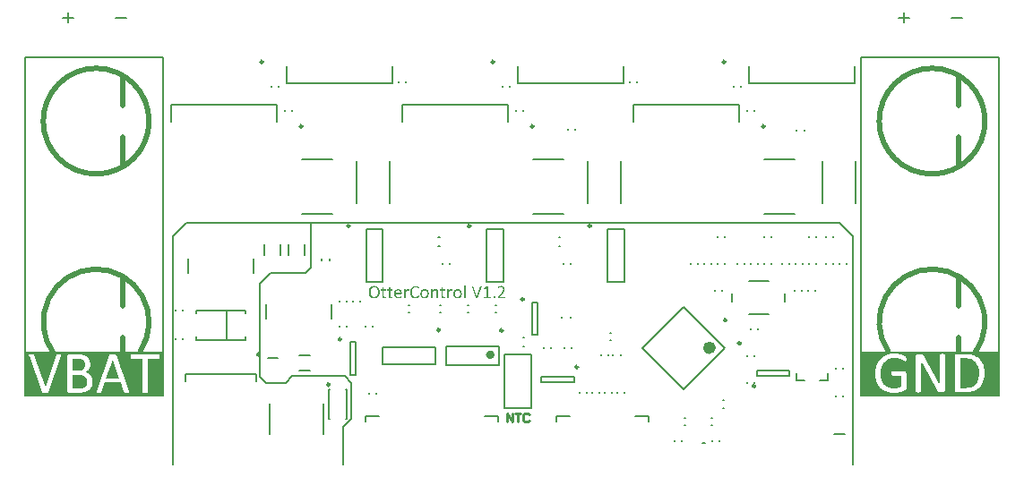
<source format=gto>
G04 Layer_Color=65535*
%FSLAX25Y25*%
%MOIN*%
G70*
G01*
G75*
%ADD45C,0.02362*%
%ADD47C,0.01968*%
%ADD50C,0.00787*%
%ADD64C,0.00984*%
%ADD65C,0.01575*%
%ADD66C,0.01000*%
G36*
X173284Y66509D02*
X173331Y66505D01*
X173340D01*
X173361Y66501D01*
X173391Y66492D01*
X173416Y66483D01*
X173421D01*
X173434Y66475D01*
X173451Y66466D01*
X173459Y66454D01*
X173463Y66449D01*
X173468Y66441D01*
X173472Y66432D01*
Y66415D01*
Y62478D01*
X174296D01*
X174313Y62470D01*
X174330Y62461D01*
X174335Y62457D01*
X174343Y62448D01*
X174356Y62436D01*
X174369Y62414D01*
X174373Y62410D01*
X174377Y62393D01*
X174386Y62367D01*
X174394Y62337D01*
X174399Y62329D01*
X174403Y62307D01*
X174407Y62278D01*
Y62235D01*
Y62231D01*
Y62222D01*
Y62209D01*
Y62196D01*
X174403Y62158D01*
X174394Y62120D01*
Y62111D01*
X174390Y62094D01*
X174382Y62073D01*
X174369Y62047D01*
X174364Y62043D01*
X174356Y62034D01*
X174343Y62021D01*
X174326Y62009D01*
X174322D01*
X174313Y62004D01*
X174296Y62000D01*
X171922D01*
X171892Y62009D01*
X171888Y62013D01*
X171879Y62017D01*
X171867Y62030D01*
X171850Y62047D01*
X171845Y62051D01*
X171841Y62068D01*
X171832Y62090D01*
X171824Y62120D01*
Y62124D01*
Y62128D01*
X171820Y62154D01*
X171815Y62188D01*
Y62235D01*
Y62239D01*
Y62243D01*
Y62269D01*
X171820Y62303D01*
X171824Y62337D01*
Y62342D01*
Y62346D01*
X171832Y62363D01*
X171837Y62389D01*
X171850Y62414D01*
X171854Y62419D01*
X171862Y62431D01*
X171875Y62448D01*
X171888Y62461D01*
X171892Y62465D01*
X171901Y62470D01*
X171918Y62474D01*
X171939Y62478D01*
X172874D01*
Y65886D01*
X172007Y65369D01*
X172003D01*
X171999Y65365D01*
X171969Y65348D01*
X171935Y65335D01*
X171901Y65322D01*
X171879D01*
X171858Y65326D01*
X171837Y65339D01*
X171832Y65343D01*
X171824Y65360D01*
X171815Y65382D01*
X171807Y65416D01*
Y65420D01*
Y65425D01*
X171802Y65437D01*
Y65450D01*
X171798Y65493D01*
Y65548D01*
Y65553D01*
Y65557D01*
Y65583D01*
Y65617D01*
X171802Y65647D01*
Y65655D01*
X171807Y65672D01*
X171811Y65694D01*
X171815Y65715D01*
X171820Y65719D01*
X171824Y65732D01*
X171845Y65766D01*
X171850Y65770D01*
X171858Y65779D01*
X171875Y65792D01*
X171896Y65809D01*
X172925Y66471D01*
X172930D01*
X172938Y66475D01*
X172964Y66483D01*
X172968D01*
X172977Y66488D01*
X172994Y66496D01*
X173015Y66501D01*
X173019D01*
X173037Y66505D01*
X173058Y66509D01*
X173096D01*
X173118Y66513D01*
X173241D01*
X173284Y66509D01*
D02*
G37*
G36*
X164847Y66821D02*
X164894Y66817D01*
X164902D01*
X164924Y66812D01*
X164953Y66804D01*
X164979Y66795D01*
X164983Y66791D01*
X164996Y66787D01*
X165013Y66774D01*
X165026Y66761D01*
X165030Y66757D01*
X165034Y66748D01*
X165039Y66731D01*
X165043Y66714D01*
Y62085D01*
Y62081D01*
Y62068D01*
X165034Y62051D01*
X165026Y62034D01*
X165022Y62030D01*
X165017Y62026D01*
X165000Y62013D01*
X164979Y62004D01*
X164975D01*
X164958Y62000D01*
X164932Y61996D01*
X164894Y61987D01*
X164885D01*
X164872Y61983D01*
X164855D01*
X164813Y61979D01*
X164706D01*
X164663Y61983D01*
X164616Y61987D01*
X164608D01*
X164586Y61992D01*
X164556Y62000D01*
X164526Y62004D01*
X164522Y62009D01*
X164509Y62013D01*
X164492Y62021D01*
X164479Y62034D01*
Y62038D01*
X164475Y62047D01*
X164471Y62064D01*
Y62085D01*
Y66714D01*
Y66718D01*
Y66731D01*
X164479Y66761D01*
X164484Y66765D01*
X164492Y66774D01*
X164505Y66787D01*
X164526Y66795D01*
X164531Y66799D01*
X164552Y66804D01*
X164578Y66808D01*
X164616Y66817D01*
X164625D01*
X164637Y66821D01*
X164655D01*
X164697Y66825D01*
X164804D01*
X164847Y66821D01*
D02*
G37*
G36*
X175757Y62773D02*
X175803Y62769D01*
X175850Y62756D01*
X175897Y62743D01*
X175940Y62722D01*
X175974Y62696D01*
X175979Y62692D01*
X175987Y62679D01*
X176000Y62658D01*
X176017Y62628D01*
X176030Y62581D01*
X176043Y62525D01*
X176051Y62457D01*
X176055Y62376D01*
Y62371D01*
Y62367D01*
Y62354D01*
Y62337D01*
X176051Y62295D01*
X176047Y62243D01*
X176034Y62188D01*
X176021Y62137D01*
X176000Y62090D01*
X175974Y62051D01*
X175970Y62047D01*
X175957Y62038D01*
X175936Y62026D01*
X175906Y62013D01*
X175867Y61996D01*
X175812Y61983D01*
X175752Y61974D01*
X175675Y61970D01*
X175641D01*
X175607Y61974D01*
X175564Y61979D01*
X175517Y61987D01*
X175470Y62004D01*
X175423Y62021D01*
X175389Y62047D01*
X175385Y62051D01*
X175376Y62064D01*
X175364Y62085D01*
X175351Y62120D01*
X175338Y62162D01*
X175325Y62218D01*
X175317Y62286D01*
X175312Y62367D01*
Y62371D01*
Y62380D01*
Y62389D01*
Y62406D01*
X175317Y62448D01*
X175321Y62500D01*
X175334Y62555D01*
X175347Y62606D01*
X175368Y62653D01*
X175394Y62692D01*
X175398Y62696D01*
X175411Y62704D01*
X175432Y62717D01*
X175462Y62734D01*
X175500Y62752D01*
X175551Y62764D01*
X175616Y62773D01*
X175688Y62777D01*
X175722D01*
X175757Y62773D01*
D02*
G37*
G36*
X178357Y66543D02*
X178391D01*
X178468Y66535D01*
X178558Y66526D01*
X178652Y66509D01*
X178750Y66483D01*
X178844Y66454D01*
X178848D01*
X178857Y66449D01*
X178869Y66445D01*
X178886Y66436D01*
X178929Y66415D01*
X178989Y66390D01*
X179053Y66351D01*
X179121Y66308D01*
X179185Y66257D01*
X179249Y66202D01*
X179258Y66193D01*
X179275Y66172D01*
X179305Y66142D01*
X179339Y66095D01*
X179382Y66044D01*
X179420Y65980D01*
X179459Y65907D01*
X179493Y65830D01*
Y65826D01*
X179497Y65822D01*
X179501Y65809D01*
X179506Y65796D01*
X179518Y65753D01*
X179535Y65698D01*
X179548Y65630D01*
X179561Y65553D01*
X179570Y65472D01*
X179574Y65382D01*
Y65378D01*
Y65373D01*
Y65360D01*
Y65343D01*
Y65305D01*
X179570Y65250D01*
X179565Y65185D01*
X179557Y65113D01*
X179548Y65036D01*
X179535Y64955D01*
Y64951D01*
Y64946D01*
X179531Y64934D01*
X179527Y64916D01*
X179518Y64874D01*
X179501Y64818D01*
X179480Y64750D01*
X179450Y64669D01*
X179416Y64583D01*
X179373Y64494D01*
Y64489D01*
X179369Y64481D01*
X179360Y64468D01*
X179352Y64451D01*
X179339Y64425D01*
X179322Y64400D01*
X179283Y64331D01*
X179232Y64250D01*
X179173Y64156D01*
X179100Y64054D01*
X179019Y63943D01*
X179015Y63939D01*
X179010Y63930D01*
X178993Y63913D01*
X178976Y63887D01*
X178955Y63862D01*
X178925Y63828D01*
X178895Y63785D01*
X178857Y63742D01*
X178814Y63691D01*
X178767Y63640D01*
X178716Y63580D01*
X178664Y63520D01*
X178541Y63388D01*
X178404Y63243D01*
X177695Y62504D01*
X179659D01*
X179676Y62495D01*
X179693Y62487D01*
X179698Y62483D01*
X179710Y62474D01*
X179728Y62461D01*
X179740Y62440D01*
X179745Y62436D01*
X179749Y62419D01*
X179757Y62393D01*
X179766Y62363D01*
X179770Y62354D01*
X179775Y62333D01*
X179779Y62295D01*
Y62252D01*
Y62248D01*
Y62243D01*
Y62218D01*
X179775Y62179D01*
X179766Y62141D01*
Y62132D01*
X179762Y62115D01*
X179753Y62085D01*
X179740Y62060D01*
X179736Y62055D01*
X179732Y62043D01*
X179719Y62026D01*
X179702Y62013D01*
X179698D01*
X179685Y62009D01*
X179668Y62004D01*
X179647Y62000D01*
X177140D01*
X177110Y62004D01*
X177080Y62009D01*
X177076Y62013D01*
X177059Y62017D01*
X177042Y62030D01*
X177020Y62047D01*
X177016Y62051D01*
X177008Y62068D01*
X176995Y62094D01*
X176982Y62128D01*
Y62132D01*
Y62137D01*
X176978Y62162D01*
X176973Y62205D01*
Y62256D01*
Y62261D01*
Y62269D01*
Y62282D01*
Y62299D01*
Y62337D01*
X176978Y62376D01*
Y62380D01*
Y62384D01*
X176982Y62410D01*
X176990Y62440D01*
X176999Y62470D01*
X177003Y62478D01*
X177012Y62495D01*
X177025Y62517D01*
X177042Y62547D01*
X177046Y62555D01*
X177063Y62572D01*
X177085Y62602D01*
X177114Y62632D01*
X178011Y63554D01*
X178015Y63559D01*
X178024Y63567D01*
X178041Y63584D01*
X178062Y63610D01*
X178088Y63635D01*
X178118Y63670D01*
X178190Y63746D01*
X178267Y63836D01*
X178348Y63930D01*
X178429Y64028D01*
X178506Y64126D01*
X178511Y64131D01*
X178515Y64139D01*
X178524Y64152D01*
X178536Y64169D01*
X178570Y64216D01*
X178613Y64280D01*
X178660Y64349D01*
X178707Y64425D01*
X178754Y64507D01*
X178793Y64588D01*
Y64592D01*
X178797Y64596D01*
X178809Y64622D01*
X178827Y64665D01*
X178848Y64711D01*
X178869Y64771D01*
X178895Y64835D01*
X178912Y64899D01*
X178929Y64963D01*
Y64972D01*
X178933Y64993D01*
X178942Y65027D01*
X178946Y65066D01*
X178955Y65117D01*
X178959Y65173D01*
X178963Y65284D01*
Y65292D01*
Y65309D01*
X178959Y65339D01*
Y65373D01*
X178951Y65420D01*
X178942Y65467D01*
X178929Y65514D01*
X178912Y65565D01*
X178908Y65570D01*
X178903Y65587D01*
X178891Y65612D01*
X178874Y65647D01*
X178852Y65685D01*
X178831Y65723D01*
X178767Y65800D01*
X178763Y65805D01*
X178750Y65817D01*
X178728Y65834D01*
X178703Y65860D01*
X178669Y65886D01*
X178626Y65911D01*
X178579Y65937D01*
X178528Y65963D01*
X178524Y65967D01*
X178502Y65971D01*
X178472Y65980D01*
X178434Y65992D01*
X178387Y66005D01*
X178331Y66014D01*
X178267Y66018D01*
X178199Y66022D01*
X178161D01*
X178122Y66018D01*
X178067Y66014D01*
X178007Y66009D01*
X177943Y65997D01*
X177874Y65984D01*
X177806Y65963D01*
X177798Y65958D01*
X177776Y65954D01*
X177746Y65941D01*
X177704Y65924D01*
X177657Y65903D01*
X177605Y65881D01*
X177503Y65830D01*
X177499Y65826D01*
X177482Y65817D01*
X177456Y65805D01*
X177426Y65788D01*
X177358Y65749D01*
X177285Y65702D01*
X177281Y65698D01*
X177272Y65694D01*
X177255Y65685D01*
X177238Y65676D01*
X177196Y65655D01*
X177174Y65651D01*
X177157Y65647D01*
X177140D01*
X177127Y65651D01*
X177110Y65659D01*
X177106Y65664D01*
X177102Y65668D01*
X177089Y65685D01*
X177080Y65702D01*
Y65706D01*
X177072Y65728D01*
X177067Y65753D01*
X177059Y65788D01*
Y65792D01*
Y65796D01*
Y65822D01*
X177055Y65860D01*
Y65911D01*
Y65916D01*
Y65920D01*
Y65941D01*
Y65971D01*
Y66001D01*
Y66009D01*
X177059Y66022D01*
X177063Y66044D01*
X177067Y66065D01*
Y66069D01*
X177072Y66082D01*
X177089Y66116D01*
X177093Y66121D01*
X177102Y66133D01*
X177119Y66150D01*
X177144Y66176D01*
X177148D01*
X177153Y66185D01*
X177161Y66193D01*
X177178Y66202D01*
X177200Y66219D01*
X177225Y66236D01*
X177255Y66257D01*
X177289Y66278D01*
X177294Y66283D01*
X177306Y66291D01*
X177332Y66304D01*
X177362Y66317D01*
X177396Y66338D01*
X177439Y66360D01*
X177490Y66381D01*
X177546Y66402D01*
X177554Y66407D01*
X177571Y66411D01*
X177605Y66424D01*
X177644Y66436D01*
X177695Y66454D01*
X177755Y66471D01*
X177815Y66488D01*
X177883Y66505D01*
X177892D01*
X177917Y66513D01*
X177951Y66518D01*
X178003Y66526D01*
X178062Y66535D01*
X178126Y66539D01*
X178199Y66548D01*
X178331D01*
X178357Y66543D01*
D02*
G37*
G36*
X159688Y65356D02*
X159727Y65352D01*
X159736D01*
X159765Y65348D01*
X159804Y65343D01*
X159846Y65335D01*
X159851D01*
X159859Y65331D01*
X159885Y65326D01*
X159919Y65314D01*
X159958Y65301D01*
X159962D01*
X159966Y65296D01*
X159987Y65292D01*
X160009Y65279D01*
X160030Y65267D01*
X160034Y65262D01*
X160043Y65258D01*
X160051Y65245D01*
X160056Y65232D01*
Y65228D01*
X160060Y65224D01*
X160064Y65211D01*
X160069Y65194D01*
Y65190D01*
X160073Y65177D01*
X160077Y65156D01*
Y65126D01*
Y65117D01*
X160081Y65092D01*
Y65053D01*
Y64998D01*
Y64993D01*
Y64985D01*
Y64972D01*
Y64955D01*
Y64912D01*
X160077Y64869D01*
Y64861D01*
X160073Y64840D01*
X160069Y64814D01*
X160060Y64788D01*
Y64784D01*
X160056Y64771D01*
X160047Y64754D01*
X160034Y64741D01*
X160030Y64737D01*
X160026Y64733D01*
X160013Y64728D01*
X159992Y64724D01*
X159987D01*
X159975Y64728D01*
X159953Y64733D01*
X159923Y64741D01*
X159915Y64746D01*
X159898Y64750D01*
X159868Y64763D01*
X159834Y64771D01*
X159825Y64776D01*
X159804Y64780D01*
X159765Y64793D01*
X159723Y64801D01*
X159718D01*
X159710Y64805D01*
X159697D01*
X159680Y64810D01*
X159637Y64814D01*
X159586Y64818D01*
X159556D01*
X159535Y64814D01*
X159479Y64801D01*
X159415Y64780D01*
X159411D01*
X159402Y64771D01*
X159385Y64763D01*
X159364Y64754D01*
X159338Y64737D01*
X159309Y64716D01*
X159274Y64694D01*
X159240Y64665D01*
X159236Y64660D01*
X159223Y64652D01*
X159206Y64635D01*
X159185Y64609D01*
X159155Y64579D01*
X159121Y64545D01*
X159086Y64502D01*
X159048Y64455D01*
X159044Y64451D01*
X159031Y64434D01*
X159010Y64404D01*
X158984Y64366D01*
X158950Y64319D01*
X158916Y64263D01*
X158873Y64203D01*
X158830Y64135D01*
Y62085D01*
Y62081D01*
Y62068D01*
X158822Y62051D01*
X158813Y62034D01*
X158809Y62030D01*
X158805Y62026D01*
X158788Y62013D01*
X158766Y62004D01*
X158762D01*
X158745Y62000D01*
X158719Y61996D01*
X158681Y61987D01*
X158672D01*
X158659Y61983D01*
X158642D01*
X158600Y61979D01*
X158493D01*
X158450Y61983D01*
X158403Y61987D01*
X158395D01*
X158373Y61992D01*
X158343Y62000D01*
X158314Y62004D01*
X158309Y62009D01*
X158297Y62013D01*
X158279Y62021D01*
X158267Y62034D01*
Y62038D01*
X158262Y62047D01*
X158258Y62064D01*
Y62085D01*
Y65198D01*
Y65202D01*
Y65215D01*
X158262Y65232D01*
X158267Y65245D01*
Y65250D01*
X158275Y65258D01*
X158288Y65271D01*
X158305Y65279D01*
X158309Y65284D01*
X158326Y65288D01*
X158352Y65296D01*
X158386Y65301D01*
X158395D01*
X158420Y65305D01*
X158463Y65309D01*
X158561D01*
X158600Y65305D01*
X158642Y65301D01*
X158651D01*
X158672Y65296D01*
X158698Y65292D01*
X158719Y65279D01*
X158723Y65275D01*
X158736Y65271D01*
X158749Y65258D01*
X158762Y65245D01*
X158766Y65241D01*
X158770Y65232D01*
X158775Y65220D01*
Y65198D01*
Y64750D01*
X158779Y64754D01*
X158796Y64776D01*
X158822Y64810D01*
X158852Y64857D01*
X158890Y64904D01*
X158928Y64955D01*
X158971Y65006D01*
X159014Y65053D01*
X159018Y65057D01*
X159031Y65074D01*
X159052Y65096D01*
X159082Y65121D01*
X159112Y65151D01*
X159151Y65181D01*
X159185Y65211D01*
X159223Y65237D01*
X159227Y65241D01*
X159240Y65250D01*
X159262Y65258D01*
X159287Y65275D01*
X159317Y65288D01*
X159351Y65305D01*
X159424Y65331D01*
X159428D01*
X159441Y65335D01*
X159462Y65339D01*
X159488Y65348D01*
X159518Y65352D01*
X159552Y65356D01*
X159624Y65360D01*
X159654D01*
X159688Y65356D01*
D02*
G37*
G36*
X143591D02*
X143629Y65352D01*
X143638D01*
X143667Y65348D01*
X143706Y65343D01*
X143749Y65335D01*
X143753D01*
X143761Y65331D01*
X143787Y65326D01*
X143821Y65314D01*
X143860Y65301D01*
X143864D01*
X143868Y65296D01*
X143889Y65292D01*
X143911Y65279D01*
X143932Y65267D01*
X143937Y65262D01*
X143945Y65258D01*
X143954Y65245D01*
X143958Y65232D01*
Y65228D01*
X143962Y65224D01*
X143966Y65211D01*
X143971Y65194D01*
Y65190D01*
X143975Y65177D01*
X143979Y65156D01*
Y65126D01*
Y65117D01*
X143983Y65092D01*
Y65053D01*
Y64998D01*
Y64993D01*
Y64985D01*
Y64972D01*
Y64955D01*
Y64912D01*
X143979Y64869D01*
Y64861D01*
X143975Y64840D01*
X143971Y64814D01*
X143962Y64788D01*
Y64784D01*
X143958Y64771D01*
X143949Y64754D01*
X143937Y64741D01*
X143932Y64737D01*
X143928Y64733D01*
X143915Y64728D01*
X143894Y64724D01*
X143889D01*
X143877Y64728D01*
X143855Y64733D01*
X143825Y64741D01*
X143817Y64746D01*
X143800Y64750D01*
X143770Y64763D01*
X143736Y64771D01*
X143727Y64776D01*
X143706Y64780D01*
X143667Y64793D01*
X143625Y64801D01*
X143621D01*
X143612Y64805D01*
X143599D01*
X143582Y64810D01*
X143539Y64814D01*
X143488Y64818D01*
X143458D01*
X143437Y64814D01*
X143381Y64801D01*
X143317Y64780D01*
X143313D01*
X143305Y64771D01*
X143287Y64763D01*
X143266Y64754D01*
X143240Y64737D01*
X143211Y64716D01*
X143176Y64694D01*
X143142Y64665D01*
X143138Y64660D01*
X143125Y64652D01*
X143108Y64635D01*
X143087Y64609D01*
X143057Y64579D01*
X143023Y64545D01*
X142989Y64502D01*
X142950Y64455D01*
X142946Y64451D01*
X142933Y64434D01*
X142912Y64404D01*
X142886Y64366D01*
X142852Y64319D01*
X142818Y64263D01*
X142775Y64203D01*
X142732Y64135D01*
Y62085D01*
Y62081D01*
Y62068D01*
X142724Y62051D01*
X142715Y62034D01*
X142711Y62030D01*
X142707Y62026D01*
X142690Y62013D01*
X142668Y62004D01*
X142664D01*
X142647Y62000D01*
X142621Y61996D01*
X142583Y61987D01*
X142574D01*
X142561Y61983D01*
X142544D01*
X142502Y61979D01*
X142395D01*
X142352Y61983D01*
X142305Y61987D01*
X142297D01*
X142275Y61992D01*
X142245Y62000D01*
X142216Y62004D01*
X142211Y62009D01*
X142199Y62013D01*
X142182Y62021D01*
X142169Y62034D01*
Y62038D01*
X142164Y62047D01*
X142160Y62064D01*
Y62085D01*
Y65198D01*
Y65202D01*
Y65215D01*
X142164Y65232D01*
X142169Y65245D01*
Y65250D01*
X142177Y65258D01*
X142190Y65271D01*
X142207Y65279D01*
X142211Y65284D01*
X142228Y65288D01*
X142254Y65296D01*
X142288Y65301D01*
X142297D01*
X142322Y65305D01*
X142365Y65309D01*
X142463D01*
X142502Y65305D01*
X142544Y65301D01*
X142553D01*
X142574Y65296D01*
X142600Y65292D01*
X142621Y65279D01*
X142626Y65275D01*
X142638Y65271D01*
X142651Y65258D01*
X142664Y65245D01*
X142668Y65241D01*
X142673Y65232D01*
X142677Y65220D01*
Y65198D01*
Y64750D01*
X142681Y64754D01*
X142698Y64776D01*
X142724Y64810D01*
X142754Y64857D01*
X142792Y64904D01*
X142831Y64955D01*
X142873Y65006D01*
X142916Y65053D01*
X142920Y65057D01*
X142933Y65074D01*
X142954Y65096D01*
X142984Y65121D01*
X143014Y65151D01*
X143053Y65181D01*
X143087Y65211D01*
X143125Y65237D01*
X143129Y65241D01*
X143142Y65250D01*
X143164Y65258D01*
X143189Y65275D01*
X143219Y65288D01*
X143253Y65305D01*
X143326Y65331D01*
X143330D01*
X143343Y65335D01*
X143364Y65339D01*
X143390Y65348D01*
X143420Y65352D01*
X143454Y65356D01*
X143526Y65360D01*
X143556D01*
X143591Y65356D01*
D02*
G37*
G36*
X170914Y66496D02*
X170940Y66492D01*
X170966Y66488D01*
X170974D01*
X171000Y66479D01*
X171030Y66471D01*
X171051Y66454D01*
X171055Y66449D01*
X171064Y66436D01*
X171068Y66415D01*
Y66385D01*
Y66377D01*
X171064Y66351D01*
X171055Y66313D01*
X171038Y66262D01*
X169578Y62103D01*
X169573Y62098D01*
X169565Y62081D01*
X169552Y62060D01*
X169535Y62038D01*
X169531Y62034D01*
X169518Y62026D01*
X169501Y62013D01*
X169471Y62000D01*
X169463D01*
X169441Y61996D01*
X169407Y61992D01*
X169360Y61987D01*
X169347D01*
X169334Y61983D01*
X169287D01*
X169258Y61979D01*
X169104D01*
X169057Y61983D01*
X169023D01*
X168993Y61987D01*
X168959Y61992D01*
X168950D01*
X168933Y61996D01*
X168912Y62000D01*
X168886Y62004D01*
X168882D01*
X168869Y62009D01*
X168839Y62026D01*
X168835Y62030D01*
X168826Y62034D01*
X168805Y62055D01*
Y62060D01*
X168796Y62068D01*
X168792Y62085D01*
X168784Y62107D01*
X167319Y66266D01*
Y66270D01*
X167315Y66278D01*
X167310Y66291D01*
X167302Y66308D01*
X167293Y66351D01*
X167285Y66390D01*
Y66394D01*
Y66398D01*
X167289Y66415D01*
X167298Y66436D01*
X167315Y66458D01*
X167323Y66462D01*
X167340Y66471D01*
X167375Y66483D01*
X167417Y66492D01*
X167430D01*
X167447Y66496D01*
X167494D01*
X167524Y66501D01*
X167661D01*
X167712Y66496D01*
X167759Y66492D01*
X167767D01*
X167789Y66488D01*
X167819Y66483D01*
X167844Y66475D01*
X167849Y66471D01*
X167861Y66466D01*
X167878Y66454D01*
X167891Y66436D01*
X167895Y66432D01*
X167904Y66424D01*
X167912Y66402D01*
X167925Y66381D01*
X169211Y62611D01*
X169215D01*
X170462Y66373D01*
X170466Y66381D01*
X170470Y66394D01*
X170479Y66415D01*
X170487Y66436D01*
X170492Y66441D01*
X170500Y66449D01*
X170513Y66462D01*
X170534Y66475D01*
X170543Y66479D01*
X170560Y66483D01*
X170590Y66488D01*
X170633Y66492D01*
X170645D01*
X170658Y66496D01*
X170701D01*
X170731Y66501D01*
X170859D01*
X170914Y66496D01*
D02*
G37*
G36*
X149885Y65356D02*
X149923D01*
X149966Y65352D01*
X150013Y65348D01*
X150119Y65331D01*
X150230Y65314D01*
X150346Y65284D01*
X150457Y65245D01*
X150461D01*
X150470Y65241D01*
X150487Y65232D01*
X150504Y65224D01*
X150529Y65211D01*
X150559Y65198D01*
X150623Y65160D01*
X150700Y65113D01*
X150777Y65057D01*
X150858Y64989D01*
X150931Y64912D01*
X150935Y64908D01*
X150939Y64904D01*
X150948Y64891D01*
X150961Y64874D01*
X150978Y64852D01*
X150995Y64827D01*
X151038Y64763D01*
X151084Y64686D01*
X151131Y64596D01*
X151178Y64494D01*
X151217Y64383D01*
Y64378D01*
X151221Y64370D01*
X151225Y64353D01*
X151234Y64327D01*
X151238Y64297D01*
X151247Y64263D01*
X151255Y64225D01*
X151268Y64178D01*
X151277Y64126D01*
X151285Y64075D01*
X151298Y63956D01*
X151311Y63823D01*
X151315Y63678D01*
Y63674D01*
Y63661D01*
Y63640D01*
Y63614D01*
X151311Y63580D01*
Y63542D01*
X151306Y63499D01*
X151302Y63447D01*
X151289Y63341D01*
X151272Y63221D01*
X151247Y63102D01*
X151213Y62978D01*
Y62974D01*
X151208Y62965D01*
X151204Y62948D01*
X151196Y62922D01*
X151183Y62897D01*
X151170Y62862D01*
X151136Y62790D01*
X151093Y62700D01*
X151042Y62611D01*
X150982Y62512D01*
X150909Y62423D01*
X150905Y62419D01*
X150901Y62414D01*
X150888Y62401D01*
X150875Y62384D01*
X150832Y62342D01*
X150773Y62290D01*
X150700Y62235D01*
X150619Y62175D01*
X150521Y62115D01*
X150414Y62064D01*
X150410D01*
X150401Y62060D01*
X150384Y62051D01*
X150363Y62043D01*
X150333Y62034D01*
X150299Y62026D01*
X150260Y62013D01*
X150213Y62000D01*
X150166Y61987D01*
X150111Y61979D01*
X149996Y61957D01*
X149863Y61940D01*
X149718Y61936D01*
X149654D01*
X149620Y61940D01*
X149581D01*
X149539Y61945D01*
X149492Y61949D01*
X149385Y61962D01*
X149274Y61983D01*
X149159Y62009D01*
X149048Y62047D01*
X149043D01*
X149035Y62051D01*
X149022Y62060D01*
X149001Y62068D01*
X148975Y62081D01*
X148949Y62094D01*
X148881Y62132D01*
X148809Y62179D01*
X148727Y62235D01*
X148651Y62303D01*
X148574Y62380D01*
Y62384D01*
X148565Y62389D01*
X148557Y62401D01*
X148544Y62419D01*
X148527Y62440D01*
X148510Y62465D01*
X148467Y62529D01*
X148420Y62606D01*
X148373Y62696D01*
X148326Y62799D01*
X148288Y62910D01*
Y62914D01*
X148283Y62922D01*
X148279Y62939D01*
X148275Y62965D01*
X148266Y62995D01*
X148258Y63029D01*
X148249Y63072D01*
X148245Y63115D01*
X148236Y63166D01*
X148228Y63221D01*
X148211Y63341D01*
X148202Y63473D01*
X148198Y63618D01*
Y63623D01*
Y63635D01*
Y63657D01*
Y63682D01*
X148202Y63717D01*
Y63755D01*
X148206Y63802D01*
X148211Y63849D01*
X148223Y63956D01*
X148241Y64075D01*
X148262Y64195D01*
X148296Y64319D01*
Y64323D01*
X148300Y64331D01*
X148305Y64349D01*
X148313Y64374D01*
X148326Y64400D01*
X148339Y64434D01*
X148369Y64507D01*
X148411Y64592D01*
X148463Y64686D01*
X148522Y64780D01*
X148591Y64869D01*
X148595Y64874D01*
X148599Y64878D01*
X148612Y64891D01*
X148625Y64908D01*
X148672Y64951D01*
X148727Y65002D01*
X148800Y65057D01*
X148885Y65117D01*
X148984Y65177D01*
X149090Y65228D01*
X149095D01*
X149103Y65232D01*
X149120Y65241D01*
X149142Y65250D01*
X149171Y65258D01*
X149206Y65271D01*
X149244Y65284D01*
X149291Y65296D01*
X149338Y65305D01*
X149393Y65318D01*
X149509Y65339D01*
X149641Y65356D01*
X149786Y65360D01*
X149850D01*
X149885Y65356D01*
D02*
G37*
G36*
X140012D02*
X140047D01*
X140089Y65352D01*
X140136Y65348D01*
X140230Y65331D01*
X140337Y65309D01*
X140444Y65279D01*
X140542Y65241D01*
X140546D01*
X140555Y65237D01*
X140567Y65228D01*
X140585Y65220D01*
X140631Y65194D01*
X140691Y65156D01*
X140760Y65109D01*
X140832Y65057D01*
X140905Y64993D01*
X140969Y64921D01*
Y64916D01*
X140977Y64912D01*
X140994Y64886D01*
X141024Y64844D01*
X141063Y64788D01*
X141101Y64720D01*
X141144Y64643D01*
X141178Y64553D01*
X141212Y64455D01*
Y64451D01*
X141217Y64442D01*
X141221Y64430D01*
X141225Y64408D01*
X141229Y64383D01*
X141238Y64357D01*
X141255Y64284D01*
X141268Y64199D01*
X141280Y64101D01*
X141289Y63994D01*
X141293Y63883D01*
Y63781D01*
Y63776D01*
Y63759D01*
X141289Y63734D01*
X141285Y63704D01*
X141276Y63674D01*
X141263Y63644D01*
X141246Y63614D01*
X141225Y63588D01*
X141221Y63584D01*
X141212Y63580D01*
X141199Y63571D01*
X141178Y63563D01*
X141131Y63542D01*
X141101Y63537D01*
X141067Y63533D01*
X139017D01*
Y63529D01*
Y63520D01*
Y63507D01*
Y63490D01*
Y63465D01*
X139022Y63439D01*
X139026Y63375D01*
X139030Y63302D01*
X139039Y63226D01*
X139052Y63144D01*
X139069Y63063D01*
Y63059D01*
X139073Y63055D01*
X139077Y63029D01*
X139090Y62991D01*
X139111Y62939D01*
X139133Y62884D01*
X139163Y62824D01*
X139197Y62764D01*
X139240Y62704D01*
X139244Y62700D01*
X139261Y62679D01*
X139291Y62653D01*
X139325Y62623D01*
X139372Y62585D01*
X139423Y62547D01*
X139487Y62512D01*
X139555Y62478D01*
X139560D01*
X139564Y62474D01*
X139577Y62470D01*
X139590Y62465D01*
X139632Y62453D01*
X139688Y62440D01*
X139760Y62427D01*
X139841Y62414D01*
X139931Y62406D01*
X140034Y62401D01*
X140115D01*
X140166Y62406D01*
X140230Y62410D01*
X140294Y62414D01*
X140363Y62423D01*
X140431Y62436D01*
X140439D01*
X140461Y62440D01*
X140495Y62448D01*
X140533Y62457D01*
X140580Y62470D01*
X140631Y62483D01*
X140683Y62500D01*
X140730Y62517D01*
X140734Y62521D01*
X140751Y62525D01*
X140777Y62534D01*
X140802Y62547D01*
X140871Y62572D01*
X140905Y62585D01*
X140939Y62598D01*
X140943D01*
X140952Y62602D01*
X140969Y62611D01*
X140986Y62619D01*
X141029Y62632D01*
X141067Y62636D01*
X141080D01*
X141093Y62632D01*
X141105Y62623D01*
X141110Y62619D01*
X141118Y62615D01*
X141127Y62602D01*
X141135Y62585D01*
X141140Y62581D01*
X141144Y62568D01*
X141148Y62547D01*
X141152Y62517D01*
Y62508D01*
X141157Y62487D01*
X141161Y62453D01*
Y62410D01*
Y62401D01*
Y62384D01*
Y62359D01*
X141157Y62333D01*
Y62329D01*
X141152Y62312D01*
X141148Y62295D01*
X141144Y62273D01*
Y62269D01*
X141140Y62256D01*
X141127Y62226D01*
Y62222D01*
X141118Y62213D01*
X141110Y62201D01*
X141097Y62188D01*
X141093Y62184D01*
X141088Y62179D01*
X141076Y62175D01*
X141063Y62167D01*
X141041Y62154D01*
X141016Y62141D01*
X140986Y62124D01*
X140982D01*
X140969Y62115D01*
X140947Y62107D01*
X140922Y62098D01*
X140883Y62085D01*
X140845Y62068D01*
X140798Y62055D01*
X140743Y62038D01*
X140734D01*
X140717Y62034D01*
X140687Y62026D01*
X140644Y62017D01*
X140593Y62004D01*
X140533Y61992D01*
X140469Y61983D01*
X140397Y61970D01*
X140388D01*
X140363Y61966D01*
X140324Y61962D01*
X140273Y61953D01*
X140213Y61949D01*
X140140Y61940D01*
X140064Y61936D01*
X139918D01*
X139884Y61940D01*
X139846D01*
X139803Y61945D01*
X139756Y61949D01*
X139649Y61962D01*
X139534Y61983D01*
X139419Y62009D01*
X139308Y62043D01*
X139304D01*
X139295Y62047D01*
X139278Y62055D01*
X139261Y62064D01*
X139235Y62073D01*
X139205Y62090D01*
X139137Y62124D01*
X139060Y62167D01*
X138979Y62222D01*
X138898Y62286D01*
X138821Y62359D01*
Y62363D01*
X138812Y62367D01*
X138804Y62380D01*
X138787Y62397D01*
X138774Y62419D01*
X138753Y62444D01*
X138710Y62504D01*
X138663Y62581D01*
X138612Y62670D01*
X138565Y62773D01*
X138522Y62888D01*
Y62892D01*
X138518Y62901D01*
X138514Y62922D01*
X138505Y62944D01*
X138501Y62974D01*
X138492Y63012D01*
X138484Y63055D01*
X138475Y63102D01*
X138462Y63153D01*
X138454Y63208D01*
X138445Y63273D01*
X138441Y63336D01*
X138428Y63477D01*
X138424Y63631D01*
Y63635D01*
Y63648D01*
Y63670D01*
Y63700D01*
X138428Y63734D01*
Y63776D01*
X138432Y63823D01*
X138437Y63870D01*
X138450Y63986D01*
X138467Y64105D01*
X138492Y64229D01*
X138526Y64353D01*
Y64357D01*
X138531Y64366D01*
X138539Y64383D01*
X138548Y64408D01*
X138556Y64434D01*
X138569Y64468D01*
X138603Y64541D01*
X138646Y64626D01*
X138697Y64716D01*
X138757Y64810D01*
X138825Y64895D01*
X138830Y64899D01*
X138834Y64904D01*
X138847Y64916D01*
X138859Y64934D01*
X138902Y64972D01*
X138958Y65023D01*
X139026Y65079D01*
X139107Y65139D01*
X139201Y65194D01*
X139299Y65241D01*
X139304D01*
X139312Y65245D01*
X139329Y65254D01*
X139346Y65258D01*
X139376Y65271D01*
X139406Y65279D01*
X139440Y65288D01*
X139483Y65301D01*
X139573Y65322D01*
X139679Y65343D01*
X139795Y65356D01*
X139918Y65360D01*
X139978D01*
X140012Y65356D01*
D02*
G37*
G36*
X131131Y66543D02*
X131173D01*
X131220Y66539D01*
X131276Y66535D01*
X131340Y66531D01*
X131404Y66522D01*
X131472Y66509D01*
X131617Y66483D01*
X131767Y66449D01*
X131908Y66398D01*
X131912D01*
X131925Y66390D01*
X131942Y66381D01*
X131968Y66373D01*
X132002Y66355D01*
X132036Y66334D01*
X132079Y66313D01*
X132121Y66287D01*
X132220Y66227D01*
X132322Y66150D01*
X132424Y66065D01*
X132518Y65963D01*
X132523Y65958D01*
X132531Y65950D01*
X132544Y65933D01*
X132561Y65911D01*
X132578Y65881D01*
X132604Y65851D01*
X132630Y65809D01*
X132659Y65766D01*
X132685Y65719D01*
X132719Y65664D01*
X132749Y65604D01*
X132779Y65544D01*
X132834Y65408D01*
X132886Y65254D01*
Y65250D01*
X132890Y65237D01*
X132898Y65211D01*
X132903Y65181D01*
X132916Y65139D01*
X132924Y65092D01*
X132933Y65040D01*
X132946Y64976D01*
X132958Y64908D01*
X132967Y64835D01*
X132980Y64754D01*
X132988Y64673D01*
X132992Y64583D01*
X133001Y64489D01*
X133005Y64293D01*
Y64289D01*
Y64267D01*
Y64242D01*
Y64199D01*
X133001Y64152D01*
X132997Y64097D01*
Y64033D01*
X132988Y63964D01*
X132984Y63892D01*
X132975Y63815D01*
X132950Y63648D01*
X132920Y63477D01*
X132877Y63311D01*
Y63307D01*
X132873Y63294D01*
X132864Y63268D01*
X132852Y63238D01*
X132839Y63200D01*
X132822Y63157D01*
X132805Y63110D01*
X132783Y63055D01*
X132728Y62939D01*
X132659Y62816D01*
X132582Y62687D01*
X132493Y62568D01*
X132489Y62564D01*
X132480Y62555D01*
X132467Y62538D01*
X132446Y62517D01*
X132420Y62491D01*
X132390Y62465D01*
X132356Y62431D01*
X132318Y62397D01*
X132271Y62359D01*
X132224Y62320D01*
X132113Y62243D01*
X131989Y62167D01*
X131852Y62098D01*
X131848D01*
X131835Y62090D01*
X131814Y62085D01*
X131784Y62073D01*
X131746Y62060D01*
X131703Y62047D01*
X131652Y62034D01*
X131596Y62017D01*
X131532Y62000D01*
X131464Y61987D01*
X131391Y61974D01*
X131310Y61962D01*
X131229Y61953D01*
X131143Y61945D01*
X130956Y61936D01*
X130909D01*
X130870Y61940D01*
X130828D01*
X130776Y61945D01*
X130721Y61949D01*
X130657Y61953D01*
X130593Y61962D01*
X130520Y61974D01*
X130375Y62000D01*
X130226Y62034D01*
X130080Y62085D01*
X130076D01*
X130063Y62094D01*
X130046Y62103D01*
X130020Y62115D01*
X129986Y62128D01*
X129952Y62150D01*
X129867Y62196D01*
X129773Y62256D01*
X129670Y62333D01*
X129568Y62419D01*
X129474Y62521D01*
X129470Y62525D01*
X129465Y62534D01*
X129453Y62551D01*
X129436Y62572D01*
X129414Y62602D01*
X129393Y62636D01*
X129367Y62675D01*
X129342Y62717D01*
X129312Y62769D01*
X129282Y62824D01*
X129252Y62880D01*
X129222Y62944D01*
X129166Y63080D01*
X129115Y63234D01*
Y63238D01*
X129111Y63255D01*
X129107Y63277D01*
X129098Y63311D01*
X129090Y63349D01*
X129077Y63401D01*
X129068Y63456D01*
X129060Y63516D01*
X129047Y63584D01*
X129038Y63661D01*
X129026Y63742D01*
X129017Y63828D01*
X129013Y63921D01*
X129004Y64015D01*
X129000Y64216D01*
Y64220D01*
Y64242D01*
Y64267D01*
X129004Y64306D01*
Y64353D01*
X129008Y64408D01*
X129013Y64468D01*
X129017Y64536D01*
X129021Y64609D01*
X129030Y64682D01*
X129056Y64844D01*
X129085Y65010D01*
X129128Y65177D01*
Y65181D01*
X129132Y65198D01*
X129141Y65220D01*
X129154Y65250D01*
X129166Y65288D01*
X129184Y65331D01*
X129201Y65378D01*
X129222Y65433D01*
X129278Y65548D01*
X129342Y65672D01*
X129419Y65796D01*
X129508Y65911D01*
X129512Y65916D01*
X129521Y65924D01*
X129534Y65941D01*
X129555Y65963D01*
X129581Y65988D01*
X129611Y66018D01*
X129645Y66048D01*
X129683Y66082D01*
X129730Y66121D01*
X129777Y66159D01*
X129888Y66236D01*
X130012Y66313D01*
X130149Y66381D01*
X130153D01*
X130166Y66390D01*
X130187Y66398D01*
X130217Y66407D01*
X130255Y66419D01*
X130298Y66432D01*
X130349Y66449D01*
X130405Y66466D01*
X130469Y66479D01*
X130537Y66496D01*
X130610Y66509D01*
X130691Y66522D01*
X130772Y66531D01*
X130862Y66539D01*
X131045Y66548D01*
X131092D01*
X131131Y66543D01*
D02*
G37*
G36*
X162199Y65356D02*
X162238D01*
X162280Y65352D01*
X162327Y65348D01*
X162434Y65331D01*
X162545Y65314D01*
X162660Y65284D01*
X162771Y65245D01*
X162776D01*
X162784Y65241D01*
X162801Y65232D01*
X162818Y65224D01*
X162844Y65211D01*
X162874Y65198D01*
X162938Y65160D01*
X163015Y65113D01*
X163092Y65057D01*
X163173Y64989D01*
X163245Y64912D01*
X163250Y64908D01*
X163254Y64904D01*
X163262Y64891D01*
X163275Y64874D01*
X163292Y64852D01*
X163309Y64827D01*
X163352Y64763D01*
X163399Y64686D01*
X163446Y64596D01*
X163493Y64494D01*
X163531Y64383D01*
Y64378D01*
X163536Y64370D01*
X163540Y64353D01*
X163549Y64327D01*
X163553Y64297D01*
X163561Y64263D01*
X163570Y64225D01*
X163583Y64178D01*
X163591Y64126D01*
X163600Y64075D01*
X163613Y63956D01*
X163625Y63823D01*
X163630Y63678D01*
Y63674D01*
Y63661D01*
Y63640D01*
Y63614D01*
X163625Y63580D01*
Y63542D01*
X163621Y63499D01*
X163617Y63447D01*
X163604Y63341D01*
X163587Y63221D01*
X163561Y63102D01*
X163527Y62978D01*
Y62974D01*
X163523Y62965D01*
X163519Y62948D01*
X163510Y62922D01*
X163497Y62897D01*
X163485Y62862D01*
X163450Y62790D01*
X163408Y62700D01*
X163356Y62611D01*
X163297Y62512D01*
X163224Y62423D01*
X163220Y62419D01*
X163215Y62414D01*
X163203Y62401D01*
X163190Y62384D01*
X163147Y62342D01*
X163087Y62290D01*
X163015Y62235D01*
X162934Y62175D01*
X162836Y62115D01*
X162729Y62064D01*
X162724D01*
X162716Y62060D01*
X162699Y62051D01*
X162678Y62043D01*
X162648Y62034D01*
X162613Y62026D01*
X162575Y62013D01*
X162528Y62000D01*
X162481Y61987D01*
X162426Y61979D01*
X162310Y61957D01*
X162178Y61940D01*
X162033Y61936D01*
X161969D01*
X161934Y61940D01*
X161896D01*
X161853Y61945D01*
X161806Y61949D01*
X161700Y61962D01*
X161589Y61983D01*
X161473Y62009D01*
X161362Y62047D01*
X161358D01*
X161349Y62051D01*
X161337Y62060D01*
X161315Y62068D01*
X161290Y62081D01*
X161264Y62094D01*
X161196Y62132D01*
X161123Y62179D01*
X161042Y62235D01*
X160965Y62303D01*
X160888Y62380D01*
Y62384D01*
X160880Y62389D01*
X160871Y62401D01*
X160859Y62419D01*
X160841Y62440D01*
X160824Y62465D01*
X160782Y62529D01*
X160735Y62606D01*
X160688Y62696D01*
X160641Y62799D01*
X160602Y62910D01*
Y62914D01*
X160598Y62922D01*
X160594Y62939D01*
X160590Y62965D01*
X160581Y62995D01*
X160572Y63029D01*
X160564Y63072D01*
X160560Y63115D01*
X160551Y63166D01*
X160543Y63221D01*
X160525Y63341D01*
X160517Y63473D01*
X160513Y63618D01*
Y63623D01*
Y63635D01*
Y63657D01*
Y63682D01*
X160517Y63717D01*
Y63755D01*
X160521Y63802D01*
X160525Y63849D01*
X160538Y63956D01*
X160555Y64075D01*
X160577Y64195D01*
X160611Y64319D01*
Y64323D01*
X160615Y64331D01*
X160619Y64349D01*
X160628Y64374D01*
X160641Y64400D01*
X160653Y64434D01*
X160683Y64507D01*
X160726Y64592D01*
X160777Y64686D01*
X160837Y64780D01*
X160905Y64869D01*
X160910Y64874D01*
X160914Y64878D01*
X160927Y64891D01*
X160940Y64908D01*
X160987Y64951D01*
X161042Y65002D01*
X161115Y65057D01*
X161200Y65117D01*
X161298Y65177D01*
X161405Y65228D01*
X161409D01*
X161418Y65232D01*
X161435Y65241D01*
X161456Y65250D01*
X161486Y65258D01*
X161520Y65271D01*
X161559Y65284D01*
X161606Y65296D01*
X161653Y65305D01*
X161708Y65318D01*
X161823Y65339D01*
X161956Y65356D01*
X162101Y65360D01*
X162165D01*
X162199Y65356D01*
D02*
G37*
G36*
X156396Y66142D02*
X156443Y66138D01*
X156452D01*
X156473Y66133D01*
X156503Y66125D01*
X156529Y66112D01*
X156533Y66108D01*
X156546Y66104D01*
X156563Y66091D01*
X156576Y66078D01*
X156580Y66074D01*
X156584Y66065D01*
X156588Y66048D01*
X156593Y66031D01*
Y65292D01*
X157408D01*
X157421Y65288D01*
X157438Y65279D01*
X157442Y65275D01*
X157451Y65271D01*
X157464Y65258D01*
X157472Y65237D01*
X157477Y65232D01*
X157481Y65215D01*
X157489Y65190D01*
X157498Y65160D01*
Y65151D01*
X157502Y65130D01*
X157507Y65096D01*
Y65053D01*
Y65049D01*
Y65032D01*
Y65010D01*
X157502Y64981D01*
X157494Y64921D01*
X157485Y64895D01*
X157472Y64869D01*
X157468Y64861D01*
X157451Y64844D01*
X157425Y64827D01*
X157408Y64823D01*
X157391Y64818D01*
X156593D01*
Y63076D01*
Y63072D01*
Y63063D01*
Y63046D01*
Y63025D01*
X156597Y62995D01*
Y62965D01*
X156606Y62897D01*
X156614Y62816D01*
X156631Y62734D01*
X156657Y62658D01*
X156687Y62589D01*
X156691Y62581D01*
X156704Y62564D01*
X156729Y62538D01*
X156764Y62508D01*
X156810Y62478D01*
X156870Y62453D01*
X156943Y62436D01*
X157028Y62427D01*
X157075D01*
X157118Y62431D01*
X157165Y62440D01*
X157169D01*
X157178Y62444D01*
X157203Y62453D01*
X157238Y62461D01*
X157276Y62474D01*
X157280D01*
X157284Y62478D01*
X157306Y62483D01*
X157336Y62495D01*
X157361Y62504D01*
X157366Y62508D01*
X157383Y62512D01*
X157404Y62517D01*
X157425Y62521D01*
X157434D01*
X157455Y62512D01*
X157459D01*
X157464Y62504D01*
X157472Y62495D01*
X157481Y62478D01*
Y62474D01*
X157485Y62461D01*
X157494Y62444D01*
X157498Y62414D01*
Y62406D01*
X157502Y62384D01*
X157507Y62354D01*
Y62312D01*
Y62307D01*
Y62295D01*
Y62278D01*
Y62252D01*
X157498Y62201D01*
X157489Y62150D01*
Y62145D01*
X157485Y62141D01*
X157481Y62120D01*
X157468Y62090D01*
X157447Y62064D01*
X157442Y62060D01*
X157425Y62047D01*
X157400Y62034D01*
X157366Y62017D01*
X157361D01*
X157357Y62013D01*
X157344Y62009D01*
X157327Y62004D01*
X157289Y61992D01*
X157238Y61979D01*
X157233D01*
X157225Y61974D01*
X157212D01*
X157195Y61970D01*
X157148Y61962D01*
X157088Y61953D01*
X157075D01*
X157058Y61949D01*
X157041D01*
X156990Y61945D01*
X156930Y61940D01*
X156887D01*
X156845Y61945D01*
X156785Y61949D01*
X156721Y61957D01*
X156652Y61966D01*
X156580Y61983D01*
X156512Y62004D01*
X156503Y62009D01*
X156482Y62017D01*
X156452Y62030D01*
X156413Y62051D01*
X156366Y62081D01*
X156319Y62111D01*
X156272Y62150D01*
X156230Y62196D01*
X156226Y62201D01*
X156213Y62218D01*
X156191Y62248D01*
X156170Y62286D01*
X156140Y62333D01*
X156114Y62389D01*
X156089Y62453D01*
X156068Y62525D01*
Y62529D01*
Y62534D01*
X156063Y62547D01*
X156059Y62559D01*
X156055Y62602D01*
X156046Y62658D01*
X156038Y62730D01*
X156029Y62807D01*
X156025Y62897D01*
X156021Y62995D01*
Y64818D01*
X155572D01*
X155551Y64827D01*
X155525Y64840D01*
X155512Y64852D01*
X155500Y64869D01*
Y64874D01*
X155495Y64882D01*
X155491Y64895D01*
X155487Y64912D01*
X155478Y64938D01*
X155474Y64972D01*
X155470Y65010D01*
Y65053D01*
Y65057D01*
Y65066D01*
Y65092D01*
X155474Y65126D01*
X155478Y65160D01*
Y65164D01*
Y65168D01*
X155482Y65185D01*
X155491Y65211D01*
X155500Y65237D01*
X155504Y65241D01*
X155508Y65254D01*
X155521Y65267D01*
X155534Y65279D01*
X155538Y65284D01*
X155551Y65288D01*
X155568Y65292D01*
X156021D01*
Y66031D01*
Y66035D01*
Y66048D01*
X156029Y66078D01*
X156033Y66082D01*
X156042Y66091D01*
X156055Y66104D01*
X156076Y66112D01*
X156080Y66116D01*
X156102Y66121D01*
X156127Y66129D01*
X156166Y66138D01*
X156174D01*
X156187Y66142D01*
X156204D01*
X156247Y66146D01*
X156354D01*
X156396Y66142D01*
D02*
G37*
G36*
X136771D02*
X136818Y66138D01*
X136827D01*
X136848Y66133D01*
X136878Y66125D01*
X136904Y66112D01*
X136908Y66108D01*
X136921Y66104D01*
X136938Y66091D01*
X136951Y66078D01*
X136955Y66074D01*
X136959Y66065D01*
X136964Y66048D01*
X136968Y66031D01*
Y65292D01*
X137783D01*
X137796Y65288D01*
X137813Y65279D01*
X137818Y65275D01*
X137826Y65271D01*
X137839Y65258D01*
X137847Y65237D01*
X137852Y65232D01*
X137856Y65215D01*
X137864Y65190D01*
X137873Y65160D01*
Y65151D01*
X137877Y65130D01*
X137882Y65096D01*
Y65053D01*
Y65049D01*
Y65032D01*
Y65010D01*
X137877Y64981D01*
X137869Y64921D01*
X137860Y64895D01*
X137847Y64869D01*
X137843Y64861D01*
X137826Y64844D01*
X137801Y64827D01*
X137783Y64823D01*
X137766Y64818D01*
X136968D01*
Y63076D01*
Y63072D01*
Y63063D01*
Y63046D01*
Y63025D01*
X136972Y62995D01*
Y62965D01*
X136981Y62897D01*
X136989Y62816D01*
X137006Y62734D01*
X137032Y62658D01*
X137062Y62589D01*
X137066Y62581D01*
X137079Y62564D01*
X137104Y62538D01*
X137139Y62508D01*
X137186Y62478D01*
X137245Y62453D01*
X137318Y62436D01*
X137403Y62427D01*
X137450D01*
X137493Y62431D01*
X137540Y62440D01*
X137544D01*
X137553Y62444D01*
X137578Y62453D01*
X137613Y62461D01*
X137651Y62474D01*
X137655D01*
X137660Y62478D01*
X137681Y62483D01*
X137711Y62495D01*
X137736Y62504D01*
X137741Y62508D01*
X137758Y62512D01*
X137779Y62517D01*
X137801Y62521D01*
X137809D01*
X137830Y62512D01*
X137835D01*
X137839Y62504D01*
X137847Y62495D01*
X137856Y62478D01*
Y62474D01*
X137860Y62461D01*
X137869Y62444D01*
X137873Y62414D01*
Y62406D01*
X137877Y62384D01*
X137882Y62354D01*
Y62312D01*
Y62307D01*
Y62295D01*
Y62278D01*
Y62252D01*
X137873Y62201D01*
X137864Y62150D01*
Y62145D01*
X137860Y62141D01*
X137856Y62120D01*
X137843Y62090D01*
X137822Y62064D01*
X137818Y62060D01*
X137801Y62047D01*
X137775Y62034D01*
X137741Y62017D01*
X137736D01*
X137732Y62013D01*
X137719Y62009D01*
X137702Y62004D01*
X137664Y61992D01*
X137613Y61979D01*
X137608D01*
X137600Y61974D01*
X137587D01*
X137570Y61970D01*
X137523Y61962D01*
X137463Y61953D01*
X137450D01*
X137433Y61949D01*
X137416D01*
X137365Y61945D01*
X137305Y61940D01*
X137262D01*
X137220Y61945D01*
X137160Y61949D01*
X137096Y61957D01*
X137028Y61966D01*
X136955Y61983D01*
X136887Y62004D01*
X136878Y62009D01*
X136857Y62017D01*
X136827Y62030D01*
X136788Y62051D01*
X136741Y62081D01*
X136695Y62111D01*
X136648Y62150D01*
X136605Y62196D01*
X136601Y62201D01*
X136588Y62218D01*
X136566Y62248D01*
X136545Y62286D01*
X136515Y62333D01*
X136490Y62389D01*
X136464Y62453D01*
X136443Y62525D01*
Y62529D01*
Y62534D01*
X136438Y62547D01*
X136434Y62559D01*
X136430Y62602D01*
X136421Y62658D01*
X136413Y62730D01*
X136404Y62807D01*
X136400Y62897D01*
X136396Y62995D01*
Y64818D01*
X135947D01*
X135926Y64827D01*
X135900Y64840D01*
X135888Y64852D01*
X135875Y64869D01*
Y64874D01*
X135870Y64882D01*
X135866Y64895D01*
X135862Y64912D01*
X135853Y64938D01*
X135849Y64972D01*
X135845Y65010D01*
Y65053D01*
Y65057D01*
Y65066D01*
Y65092D01*
X135849Y65126D01*
X135853Y65160D01*
Y65164D01*
Y65168D01*
X135858Y65185D01*
X135866Y65211D01*
X135875Y65237D01*
X135879Y65241D01*
X135883Y65254D01*
X135896Y65267D01*
X135909Y65279D01*
X135913Y65284D01*
X135926Y65288D01*
X135943Y65292D01*
X136396D01*
Y66031D01*
Y66035D01*
Y66048D01*
X136404Y66078D01*
X136408Y66082D01*
X136417Y66091D01*
X136430Y66104D01*
X136451Y66112D01*
X136455Y66116D01*
X136477Y66121D01*
X136502Y66129D01*
X136541Y66138D01*
X136549D01*
X136562Y66142D01*
X136579D01*
X136622Y66146D01*
X136729D01*
X136771Y66142D01*
D02*
G37*
G36*
X134397D02*
X134444Y66138D01*
X134453D01*
X134474Y66133D01*
X134504Y66125D01*
X134530Y66112D01*
X134534Y66108D01*
X134547Y66104D01*
X134564Y66091D01*
X134577Y66078D01*
X134581Y66074D01*
X134585Y66065D01*
X134589Y66048D01*
X134594Y66031D01*
Y65292D01*
X135409D01*
X135422Y65288D01*
X135439Y65279D01*
X135443Y65275D01*
X135452Y65271D01*
X135465Y65258D01*
X135473Y65237D01*
X135478Y65232D01*
X135482Y65215D01*
X135490Y65190D01*
X135499Y65160D01*
Y65151D01*
X135503Y65130D01*
X135508Y65096D01*
Y65053D01*
Y65049D01*
Y65032D01*
Y65010D01*
X135503Y64981D01*
X135495Y64921D01*
X135486Y64895D01*
X135473Y64869D01*
X135469Y64861D01*
X135452Y64844D01*
X135426Y64827D01*
X135409Y64823D01*
X135392Y64818D01*
X134594D01*
Y63076D01*
Y63072D01*
Y63063D01*
Y63046D01*
Y63025D01*
X134598Y62995D01*
Y62965D01*
X134607Y62897D01*
X134615Y62816D01*
X134632Y62734D01*
X134658Y62658D01*
X134688Y62589D01*
X134692Y62581D01*
X134705Y62564D01*
X134730Y62538D01*
X134765Y62508D01*
X134811Y62478D01*
X134871Y62453D01*
X134944Y62436D01*
X135029Y62427D01*
X135076D01*
X135119Y62431D01*
X135166Y62440D01*
X135170D01*
X135179Y62444D01*
X135204Y62453D01*
X135239Y62461D01*
X135277Y62474D01*
X135281D01*
X135285Y62478D01*
X135307Y62483D01*
X135337Y62495D01*
X135362Y62504D01*
X135367Y62508D01*
X135384Y62512D01*
X135405Y62517D01*
X135426Y62521D01*
X135435D01*
X135456Y62512D01*
X135460D01*
X135465Y62504D01*
X135473Y62495D01*
X135482Y62478D01*
Y62474D01*
X135486Y62461D01*
X135495Y62444D01*
X135499Y62414D01*
Y62406D01*
X135503Y62384D01*
X135508Y62354D01*
Y62312D01*
Y62307D01*
Y62295D01*
Y62278D01*
Y62252D01*
X135499Y62201D01*
X135490Y62150D01*
Y62145D01*
X135486Y62141D01*
X135482Y62120D01*
X135469Y62090D01*
X135448Y62064D01*
X135443Y62060D01*
X135426Y62047D01*
X135401Y62034D01*
X135367Y62017D01*
X135362D01*
X135358Y62013D01*
X135345Y62009D01*
X135328Y62004D01*
X135290Y61992D01*
X135239Y61979D01*
X135234D01*
X135226Y61974D01*
X135213D01*
X135196Y61970D01*
X135149Y61962D01*
X135089Y61953D01*
X135076D01*
X135059Y61949D01*
X135042D01*
X134991Y61945D01*
X134931Y61940D01*
X134888D01*
X134846Y61945D01*
X134786Y61949D01*
X134722Y61957D01*
X134653Y61966D01*
X134581Y61983D01*
X134513Y62004D01*
X134504Y62009D01*
X134483Y62017D01*
X134453Y62030D01*
X134414Y62051D01*
X134367Y62081D01*
X134320Y62111D01*
X134274Y62150D01*
X134231Y62196D01*
X134227Y62201D01*
X134214Y62218D01*
X134192Y62248D01*
X134171Y62286D01*
X134141Y62333D01*
X134116Y62389D01*
X134090Y62453D01*
X134069Y62525D01*
Y62529D01*
Y62534D01*
X134064Y62547D01*
X134060Y62559D01*
X134056Y62602D01*
X134047Y62658D01*
X134039Y62730D01*
X134030Y62807D01*
X134026Y62897D01*
X134021Y62995D01*
Y64818D01*
X133573D01*
X133552Y64827D01*
X133526Y64840D01*
X133513Y64852D01*
X133501Y64869D01*
Y64874D01*
X133496Y64882D01*
X133492Y64895D01*
X133488Y64912D01*
X133479Y64938D01*
X133475Y64972D01*
X133471Y65010D01*
Y65053D01*
Y65057D01*
Y65066D01*
Y65092D01*
X133475Y65126D01*
X133479Y65160D01*
Y65164D01*
Y65168D01*
X133484Y65185D01*
X133492Y65211D01*
X133501Y65237D01*
X133505Y65241D01*
X133509Y65254D01*
X133522Y65267D01*
X133535Y65279D01*
X133539Y65284D01*
X133552Y65288D01*
X133569Y65292D01*
X134021D01*
Y66031D01*
Y66035D01*
Y66048D01*
X134030Y66078D01*
X134034Y66082D01*
X134043Y66091D01*
X134056Y66104D01*
X134077Y66112D01*
X134081Y66116D01*
X134103Y66121D01*
X134128Y66129D01*
X134167Y66138D01*
X134175D01*
X134188Y66142D01*
X134205D01*
X134248Y66146D01*
X134355D01*
X134397Y66142D01*
D02*
G37*
G36*
X153800Y65356D02*
X153834D01*
X153907Y65348D01*
X153988Y65335D01*
X154078Y65314D01*
X154163Y65288D01*
X154248Y65254D01*
X154253D01*
X154257Y65250D01*
X154283Y65232D01*
X154321Y65211D01*
X154372Y65177D01*
X154428Y65139D01*
X154483Y65087D01*
X154543Y65032D01*
X154594Y64968D01*
X154599Y64959D01*
X154616Y64938D01*
X154641Y64899D01*
X154667Y64852D01*
X154697Y64788D01*
X154731Y64720D01*
X154757Y64639D01*
X154782Y64553D01*
Y64549D01*
X154787Y64545D01*
Y64528D01*
X154791Y64511D01*
X154795Y64489D01*
X154799Y64464D01*
X154808Y64430D01*
X154812Y64395D01*
X154825Y64310D01*
X154833Y64216D01*
X154838Y64105D01*
X154842Y63986D01*
Y62085D01*
Y62081D01*
Y62068D01*
X154833Y62051D01*
X154825Y62034D01*
X154821Y62030D01*
X154816Y62026D01*
X154799Y62013D01*
X154778Y62004D01*
X154774D01*
X154757Y62000D01*
X154731Y61996D01*
X154693Y61987D01*
X154684D01*
X154671Y61983D01*
X154654D01*
X154612Y61979D01*
X154505D01*
X154462Y61983D01*
X154415Y61987D01*
X154406D01*
X154385Y61992D01*
X154355Y62000D01*
X154325Y62004D01*
X154321Y62009D01*
X154308Y62013D01*
X154296Y62021D01*
X154283Y62034D01*
Y62038D01*
X154278Y62047D01*
X154274Y62064D01*
X154270Y62085D01*
Y63909D01*
Y63913D01*
Y63921D01*
Y63934D01*
Y63951D01*
Y64003D01*
X154266Y64062D01*
X154261Y64131D01*
X154253Y64203D01*
X154240Y64276D01*
X154227Y64340D01*
Y64349D01*
X154219Y64366D01*
X154210Y64395D01*
X154197Y64434D01*
X154180Y64481D01*
X154159Y64524D01*
X154133Y64570D01*
X154103Y64618D01*
X154099Y64622D01*
X154090Y64639D01*
X154073Y64660D01*
X154048Y64686D01*
X154018Y64716D01*
X153984Y64746D01*
X153945Y64776D01*
X153898Y64801D01*
X153894Y64805D01*
X153877Y64810D01*
X153851Y64823D01*
X153817Y64835D01*
X153774Y64844D01*
X153723Y64857D01*
X153668Y64861D01*
X153608Y64865D01*
X153587D01*
X153570Y64861D01*
X153527Y64857D01*
X153471Y64848D01*
X153407Y64827D01*
X153335Y64801D01*
X153258Y64763D01*
X153177Y64711D01*
X153173D01*
X153168Y64703D01*
X153155Y64694D01*
X153138Y64682D01*
X153096Y64647D01*
X153040Y64596D01*
X152972Y64536D01*
X152899Y64460D01*
X152814Y64366D01*
X152728Y64263D01*
Y62085D01*
Y62081D01*
Y62068D01*
X152720Y62051D01*
X152711Y62034D01*
X152707Y62030D01*
X152703Y62026D01*
X152686Y62013D01*
X152664Y62004D01*
X152660D01*
X152643Y62000D01*
X152617Y61996D01*
X152579Y61987D01*
X152570D01*
X152558Y61983D01*
X152541D01*
X152498Y61979D01*
X152391D01*
X152348Y61983D01*
X152301Y61987D01*
X152293D01*
X152271Y61992D01*
X152242Y62000D01*
X152212Y62004D01*
X152207Y62009D01*
X152195Y62013D01*
X152178Y62021D01*
X152165Y62034D01*
Y62038D01*
X152161Y62047D01*
X152156Y62064D01*
Y62085D01*
Y65198D01*
Y65202D01*
Y65215D01*
X152161Y65232D01*
X152165Y65245D01*
Y65250D01*
X152173Y65258D01*
X152186Y65271D01*
X152203Y65279D01*
X152207Y65284D01*
X152225Y65288D01*
X152250Y65296D01*
X152284Y65301D01*
X152293D01*
X152319Y65305D01*
X152361Y65309D01*
X152459D01*
X152498Y65305D01*
X152541Y65301D01*
X152549D01*
X152570Y65296D01*
X152596Y65292D01*
X152617Y65279D01*
X152622Y65275D01*
X152634Y65271D01*
X152647Y65258D01*
X152660Y65245D01*
X152664Y65241D01*
X152669Y65232D01*
X152673Y65220D01*
Y65198D01*
Y64788D01*
X152677Y64793D01*
X152686Y64801D01*
X152699Y64818D01*
X152720Y64835D01*
X152741Y64861D01*
X152771Y64891D01*
X152835Y64955D01*
X152916Y65023D01*
X153002Y65096D01*
X153096Y65164D01*
X153194Y65220D01*
X153198D01*
X153207Y65224D01*
X153219Y65232D01*
X153241Y65241D01*
X153262Y65254D01*
X153292Y65262D01*
X153360Y65292D01*
X153442Y65318D01*
X153531Y65339D01*
X153625Y65356D01*
X153723Y65360D01*
X153774D01*
X153800Y65356D01*
D02*
G37*
G36*
X363200Y25945D02*
X312299D01*
Y42178D01*
X363200D01*
Y25945D01*
D02*
G37*
G36*
X52300D02*
X1399D01*
Y41905D01*
X52300D01*
Y25945D01*
D02*
G37*
G36*
X146528Y66531D02*
X146588Y66526D01*
X146652Y66518D01*
X146789Y66496D01*
X146797D01*
X146819Y66488D01*
X146857Y66479D01*
X146900Y66471D01*
X146951Y66458D01*
X147011Y66441D01*
X147126Y66402D01*
X147135Y66398D01*
X147152Y66394D01*
X147182Y66381D01*
X147220Y66364D01*
X147263Y66347D01*
X147310Y66325D01*
X147404Y66274D01*
X147408Y66270D01*
X147425Y66262D01*
X147446Y66249D01*
X147472Y66232D01*
X147528Y66193D01*
X147553Y66172D01*
X147574Y66155D01*
X147579D01*
X147583Y66146D01*
X147600Y66129D01*
X147622Y66108D01*
X147634Y66086D01*
X147639Y66082D01*
X147643Y66069D01*
X147647Y66052D01*
X147656Y66027D01*
Y66022D01*
X147660Y66005D01*
X147664Y65980D01*
X147668Y65950D01*
Y65941D01*
X147673Y65920D01*
X147677Y65886D01*
Y65843D01*
Y65839D01*
Y65830D01*
Y65817D01*
Y65805D01*
X147673Y65762D01*
X147668Y65723D01*
Y65715D01*
X147664Y65698D01*
X147656Y65668D01*
X147647Y65642D01*
X147643Y65638D01*
X147639Y65625D01*
X147626Y65608D01*
X147613Y65595D01*
X147609D01*
X147600Y65591D01*
X147587Y65587D01*
X147566Y65583D01*
X147557D01*
X147545Y65587D01*
X147532Y65591D01*
X147510Y65600D01*
X147489Y65608D01*
X147459Y65625D01*
X147429Y65647D01*
X147425Y65651D01*
X147412Y65659D01*
X147395Y65672D01*
X147370Y65689D01*
X147340Y65715D01*
X147301Y65741D01*
X147254Y65766D01*
X147207Y65796D01*
X147203Y65800D01*
X147182Y65809D01*
X147152Y65826D01*
X147113Y65847D01*
X147066Y65869D01*
X147007Y65894D01*
X146942Y65920D01*
X146870Y65946D01*
X146866D01*
X146861Y65950D01*
X146836Y65958D01*
X146793Y65967D01*
X146738Y65980D01*
X146669Y65992D01*
X146588Y66005D01*
X146499Y66009D01*
X146400Y66014D01*
X146349D01*
X146323Y66009D01*
X146293D01*
X146221Y66001D01*
X146135Y65984D01*
X146046Y65963D01*
X145948Y65933D01*
X145854Y65894D01*
X145849D01*
X145845Y65890D01*
X145832Y65881D01*
X145811Y65873D01*
X145768Y65843D01*
X145709Y65805D01*
X145644Y65753D01*
X145576Y65694D01*
X145503Y65621D01*
X145435Y65540D01*
Y65536D01*
X145427Y65531D01*
X145418Y65518D01*
X145405Y65497D01*
X145393Y65476D01*
X145376Y65450D01*
X145358Y65420D01*
X145337Y65382D01*
X145294Y65301D01*
X145247Y65207D01*
X145205Y65096D01*
X145166Y64976D01*
Y64972D01*
X145162Y64959D01*
X145158Y64942D01*
X145153Y64916D01*
X145145Y64886D01*
X145136Y64848D01*
X145128Y64805D01*
X145119Y64754D01*
X145111Y64703D01*
X145102Y64643D01*
X145094Y64579D01*
X145085Y64515D01*
X145077Y64370D01*
X145072Y64212D01*
Y64208D01*
Y64195D01*
Y64169D01*
Y64139D01*
X145077Y64101D01*
Y64058D01*
X145081Y64011D01*
X145085Y63956D01*
X145094Y63840D01*
X145111Y63712D01*
X145132Y63584D01*
X145162Y63456D01*
Y63452D01*
X145166Y63443D01*
X145170Y63426D01*
X145179Y63401D01*
X145188Y63375D01*
X145200Y63341D01*
X145230Y63268D01*
X145269Y63178D01*
X145311Y63089D01*
X145367Y62995D01*
X145427Y62910D01*
Y62905D01*
X145435Y62901D01*
X145457Y62875D01*
X145495Y62837D01*
X145542Y62786D01*
X145606Y62734D01*
X145679Y62679D01*
X145760Y62628D01*
X145849Y62581D01*
X145854D01*
X145862Y62576D01*
X145875Y62572D01*
X145892Y62564D01*
X145918Y62555D01*
X145948Y62547D01*
X146016Y62525D01*
X146097Y62504D01*
X146195Y62487D01*
X146302Y62474D01*
X146417Y62470D01*
X146486D01*
X146511Y62474D01*
X146575Y62478D01*
X146652Y62487D01*
X146729Y62495D01*
X146810Y62512D01*
X146887Y62534D01*
X146891D01*
X146896Y62538D01*
X146921Y62547D01*
X146960Y62559D01*
X147007Y62576D01*
X147058Y62598D01*
X147118Y62623D01*
X147173Y62649D01*
X147229Y62679D01*
X147233Y62683D01*
X147254Y62692D01*
X147280Y62709D01*
X147310Y62730D01*
X147387Y62777D01*
X147425Y62803D01*
X147459Y62828D01*
X147464Y62833D01*
X147476Y62841D01*
X147489Y62850D01*
X147510Y62862D01*
X147557Y62888D01*
X147579Y62892D01*
X147600Y62897D01*
X147617D01*
X147630Y62892D01*
X147643Y62884D01*
X147647D01*
X147651Y62875D01*
X147660Y62862D01*
X147668Y62845D01*
X147673Y62841D01*
X147677Y62824D01*
X147681Y62799D01*
X147686Y62764D01*
Y62760D01*
Y62756D01*
X147690Y62743D01*
Y62730D01*
X147694Y62687D01*
Y62632D01*
Y62628D01*
Y62623D01*
Y62598D01*
Y62568D01*
X147690Y62534D01*
Y62525D01*
X147686Y62508D01*
X147681Y62487D01*
X147677Y62461D01*
Y62457D01*
X147673Y62444D01*
X147664Y62427D01*
X147651Y62406D01*
X147647Y62401D01*
X147643Y62389D01*
X147626Y62371D01*
X147604Y62346D01*
X147596Y62342D01*
X147587Y62333D01*
X147574Y62320D01*
X147553Y62303D01*
X147528Y62286D01*
X147498Y62265D01*
X147459Y62239D01*
X147455Y62235D01*
X147438Y62226D01*
X147416Y62213D01*
X147382Y62196D01*
X147344Y62175D01*
X147297Y62154D01*
X147241Y62128D01*
X147182Y62103D01*
X147173Y62098D01*
X147152Y62090D01*
X147118Y62077D01*
X147075Y62064D01*
X147019Y62047D01*
X146955Y62026D01*
X146883Y62009D01*
X146806Y61992D01*
X146797D01*
X146784Y61987D01*
X146767Y61983D01*
X146725Y61979D01*
X146669Y61970D01*
X146597Y61962D01*
X146520Y61953D01*
X146434Y61949D01*
X146341Y61945D01*
X146298D01*
X146268Y61949D01*
X146229D01*
X146183Y61953D01*
X146135Y61957D01*
X146080Y61962D01*
X145956Y61979D01*
X145824Y62004D01*
X145687Y62043D01*
X145551Y62090D01*
X145546D01*
X145533Y62098D01*
X145516Y62107D01*
X145491Y62115D01*
X145461Y62132D01*
X145427Y62150D01*
X145346Y62196D01*
X145252Y62256D01*
X145149Y62333D01*
X145051Y62419D01*
X144953Y62517D01*
X144948Y62521D01*
X144940Y62529D01*
X144927Y62547D01*
X144910Y62568D01*
X144893Y62598D01*
X144867Y62628D01*
X144842Y62666D01*
X144812Y62713D01*
X144782Y62760D01*
X144752Y62816D01*
X144718Y62871D01*
X144688Y62931D01*
X144628Y63068D01*
X144573Y63217D01*
Y63221D01*
X144568Y63234D01*
X144560Y63260D01*
X144551Y63289D01*
X144543Y63332D01*
X144530Y63379D01*
X144517Y63435D01*
X144509Y63494D01*
X144496Y63563D01*
X144483Y63635D01*
X144470Y63717D01*
X144462Y63798D01*
X144453Y63887D01*
X144445Y63981D01*
X144440Y64178D01*
Y64186D01*
Y64203D01*
Y64233D01*
X144445Y64272D01*
Y64323D01*
X144449Y64378D01*
X144453Y64442D01*
X144457Y64511D01*
X144466Y64588D01*
X144474Y64665D01*
X144500Y64835D01*
X144534Y65006D01*
X144581Y65173D01*
Y65177D01*
X144590Y65194D01*
X144598Y65215D01*
X144607Y65245D01*
X144624Y65284D01*
X144641Y65326D01*
X144662Y65373D01*
X144688Y65429D01*
X144744Y65544D01*
X144812Y65668D01*
X144893Y65792D01*
X144987Y65911D01*
X144991Y65916D01*
X145000Y65924D01*
X145012Y65941D01*
X145034Y65963D01*
X145060Y65988D01*
X145089Y66014D01*
X145124Y66048D01*
X145162Y66082D01*
X145252Y66159D01*
X145358Y66236D01*
X145478Y66308D01*
X145606Y66373D01*
X145610D01*
X145623Y66381D01*
X145644Y66390D01*
X145670Y66398D01*
X145704Y66411D01*
X145743Y66424D01*
X145790Y66436D01*
X145841Y66454D01*
X145901Y66471D01*
X145960Y66483D01*
X146029Y66496D01*
X146097Y66509D01*
X146247Y66526D01*
X146409Y66535D01*
X146481D01*
X146528Y66531D01*
D02*
G37*
%LPC*%
G36*
X149765Y64882D02*
X149722D01*
X149675Y64878D01*
X149616Y64869D01*
X149547Y64861D01*
X149470Y64844D01*
X149398Y64818D01*
X149325Y64788D01*
X149317Y64784D01*
X149295Y64771D01*
X149261Y64750D01*
X149218Y64724D01*
X149171Y64686D01*
X149120Y64643D01*
X149069Y64592D01*
X149022Y64532D01*
X149018Y64524D01*
X149001Y64502D01*
X148979Y64468D01*
X148954Y64421D01*
X148928Y64366D01*
X148898Y64302D01*
X148873Y64225D01*
X148847Y64144D01*
Y64139D01*
X148843Y64135D01*
Y64122D01*
X148838Y64105D01*
X148830Y64058D01*
X148821Y63998D01*
X148809Y63926D01*
X148800Y63845D01*
X148796Y63755D01*
X148792Y63657D01*
Y63652D01*
Y63644D01*
Y63631D01*
Y63614D01*
Y63588D01*
X148796Y63563D01*
Y63499D01*
X148804Y63426D01*
X148813Y63345D01*
X148821Y63260D01*
X148838Y63174D01*
Y63170D01*
X148843Y63166D01*
Y63153D01*
X148847Y63136D01*
X148860Y63093D01*
X148877Y63042D01*
X148898Y62978D01*
X148924Y62914D01*
X148954Y62845D01*
X148992Y62781D01*
X148996Y62773D01*
X149013Y62756D01*
X149039Y62722D01*
X149069Y62687D01*
X149112Y62645D01*
X149163Y62598D01*
X149223Y62555D01*
X149287Y62517D01*
X149291D01*
X149295Y62512D01*
X149321Y62500D01*
X149359Y62487D01*
X149415Y62470D01*
X149483Y62448D01*
X149560Y62436D01*
X149650Y62423D01*
X149748Y62419D01*
X149791D01*
X149838Y62423D01*
X149897Y62431D01*
X149966Y62440D01*
X150038Y62457D01*
X150111Y62478D01*
X150183Y62508D01*
X150188D01*
X150192Y62512D01*
X150213Y62525D01*
X150248Y62547D01*
X150290Y62572D01*
X150341Y62611D01*
X150393Y62653D01*
X150440Y62704D01*
X150487Y62760D01*
X150491Y62769D01*
X150508Y62790D01*
X150529Y62824D01*
X150555Y62871D01*
X150581Y62927D01*
X150610Y62991D01*
X150640Y63063D01*
X150662Y63144D01*
Y63149D01*
X150666Y63153D01*
Y63166D01*
X150670Y63183D01*
X150679Y63230D01*
X150692Y63289D01*
X150704Y63366D01*
X150713Y63447D01*
X150717Y63542D01*
X150722Y63640D01*
Y63644D01*
Y63652D01*
Y63665D01*
Y63682D01*
Y63708D01*
X150717Y63734D01*
Y63798D01*
X150709Y63870D01*
X150700Y63951D01*
X150687Y64033D01*
X150670Y64118D01*
Y64122D01*
Y64126D01*
X150666Y64139D01*
X150662Y64156D01*
X150649Y64199D01*
X150632Y64250D01*
X150610Y64314D01*
X150585Y64378D01*
X150555Y64447D01*
X150516Y64511D01*
X150512Y64519D01*
X150495Y64541D01*
X150474Y64570D01*
X150440Y64609D01*
X150397Y64652D01*
X150346Y64694D01*
X150290Y64741D01*
X150222Y64780D01*
X150213Y64784D01*
X150188Y64797D01*
X150149Y64814D01*
X150098Y64831D01*
X150030Y64848D01*
X149953Y64865D01*
X149863Y64878D01*
X149765Y64882D01*
D02*
G37*
G36*
X139889Y64912D02*
X139854D01*
X139812Y64908D01*
X139760Y64904D01*
X139705Y64891D01*
X139641Y64878D01*
X139577Y64857D01*
X139513Y64831D01*
X139504Y64827D01*
X139487Y64818D01*
X139457Y64797D01*
X139419Y64776D01*
X139380Y64741D01*
X139333Y64707D01*
X139291Y64665D01*
X139248Y64618D01*
X139244Y64613D01*
X139231Y64596D01*
X139210Y64566D01*
X139188Y64532D01*
X139163Y64489D01*
X139133Y64434D01*
X139107Y64378D01*
X139082Y64314D01*
X139077Y64306D01*
X139073Y64284D01*
X139064Y64250D01*
X139052Y64203D01*
X139039Y64148D01*
X139030Y64088D01*
X139022Y64020D01*
X139017Y63951D01*
X140717D01*
Y63956D01*
Y63973D01*
Y63994D01*
Y64024D01*
X140713Y64062D01*
X140708Y64105D01*
X140704Y64156D01*
X140696Y64208D01*
X140670Y64319D01*
X140636Y64438D01*
X140610Y64498D01*
X140580Y64553D01*
X140550Y64605D01*
X140512Y64656D01*
X140508Y64660D01*
X140503Y64669D01*
X140491Y64682D01*
X140473Y64694D01*
X140452Y64716D01*
X140422Y64737D01*
X140392Y64758D01*
X140354Y64784D01*
X140315Y64810D01*
X140269Y64831D01*
X140217Y64852D01*
X140162Y64874D01*
X140102Y64886D01*
X140034Y64899D01*
X139965Y64908D01*
X139889Y64912D01*
D02*
G37*
G36*
X131011Y66039D02*
X130973D01*
X130947Y66035D01*
X130913D01*
X130875Y66031D01*
X130832Y66027D01*
X130785Y66022D01*
X130682Y66001D01*
X130571Y65975D01*
X130460Y65941D01*
X130358Y65890D01*
X130354D01*
X130345Y65881D01*
X130332Y65877D01*
X130315Y65864D01*
X130268Y65830D01*
X130208Y65788D01*
X130140Y65732D01*
X130072Y65664D01*
X129999Y65587D01*
X129935Y65501D01*
Y65497D01*
X129927Y65489D01*
X129918Y65476D01*
X129910Y65459D01*
X129897Y65437D01*
X129880Y65408D01*
X129845Y65343D01*
X129807Y65258D01*
X129769Y65164D01*
X129730Y65057D01*
X129700Y64938D01*
Y64934D01*
X129696Y64925D01*
Y64904D01*
X129692Y64882D01*
X129683Y64852D01*
X129679Y64818D01*
X129675Y64776D01*
X129666Y64733D01*
X129653Y64630D01*
X129645Y64515D01*
X129636Y64391D01*
X129632Y64259D01*
Y64255D01*
Y64242D01*
Y64220D01*
Y64191D01*
Y64156D01*
X129636Y64114D01*
Y64071D01*
X129640Y64020D01*
X129649Y63904D01*
X129658Y63785D01*
X129675Y63657D01*
X129696Y63529D01*
Y63524D01*
X129700Y63516D01*
X129704Y63499D01*
X129709Y63473D01*
X129717Y63443D01*
X129726Y63413D01*
X129747Y63332D01*
X129777Y63243D01*
X129816Y63149D01*
X129862Y63050D01*
X129914Y62957D01*
Y62952D01*
X129922Y62948D01*
X129931Y62935D01*
X129944Y62918D01*
X129978Y62875D01*
X130025Y62820D01*
X130085Y62760D01*
X130157Y62700D01*
X130238Y62641D01*
X130332Y62585D01*
X130336D01*
X130345Y62581D01*
X130358Y62572D01*
X130379Y62564D01*
X130405Y62555D01*
X130435Y62542D01*
X130473Y62529D01*
X130512Y62521D01*
X130559Y62508D01*
X130605Y62495D01*
X130717Y62474D01*
X130845Y62457D01*
X130985Y62453D01*
X131024D01*
X131050Y62457D01*
X131084D01*
X131122Y62461D01*
X131169Y62465D01*
X131216Y62470D01*
X131319Y62487D01*
X131430Y62512D01*
X131541Y62551D01*
X131643Y62598D01*
X131647D01*
X131656Y62606D01*
X131669Y62615D01*
X131686Y62623D01*
X131737Y62658D01*
X131797Y62700D01*
X131865Y62756D01*
X131933Y62824D01*
X132006Y62901D01*
X132070Y62991D01*
Y62995D01*
X132079Y63003D01*
X132087Y63016D01*
X132096Y63033D01*
X132109Y63059D01*
X132126Y63085D01*
X132143Y63119D01*
X132160Y63157D01*
X132198Y63238D01*
X132237Y63336D01*
X132271Y63443D01*
X132301Y63563D01*
Y63567D01*
X132305Y63576D01*
X132309Y63597D01*
X132314Y63618D01*
X132318Y63648D01*
X132322Y63687D01*
X132331Y63725D01*
X132339Y63772D01*
X132352Y63875D01*
X132360Y63990D01*
X132369Y64118D01*
X132373Y64250D01*
Y64255D01*
Y64267D01*
Y64289D01*
Y64314D01*
Y64349D01*
X132369Y64387D01*
Y64434D01*
X132365Y64481D01*
X132356Y64592D01*
X132343Y64711D01*
X132326Y64835D01*
X132305Y64959D01*
Y64963D01*
X132301Y64972D01*
X132296Y64993D01*
X132292Y65015D01*
X132284Y65044D01*
X132275Y65074D01*
X132249Y65156D01*
X132220Y65241D01*
X132181Y65339D01*
X132134Y65433D01*
X132079Y65527D01*
Y65531D01*
X132070Y65540D01*
X132062Y65548D01*
X132049Y65565D01*
X132015Y65608D01*
X131968Y65664D01*
X131908Y65723D01*
X131835Y65788D01*
X131750Y65847D01*
X131656Y65903D01*
X131652D01*
X131643Y65907D01*
X131630Y65916D01*
X131609Y65924D01*
X131583Y65933D01*
X131553Y65946D01*
X131519Y65958D01*
X131477Y65971D01*
X131434Y65984D01*
X131383Y65997D01*
X131276Y66018D01*
X131148Y66035D01*
X131011Y66039D01*
D02*
G37*
G36*
X162080Y64882D02*
X162037D01*
X161990Y64878D01*
X161930Y64869D01*
X161862Y64861D01*
X161785Y64844D01*
X161713Y64818D01*
X161640Y64788D01*
X161631Y64784D01*
X161610Y64771D01*
X161576Y64750D01*
X161533Y64724D01*
X161486Y64686D01*
X161435Y64643D01*
X161384Y64592D01*
X161337Y64532D01*
X161332Y64524D01*
X161315Y64502D01*
X161294Y64468D01*
X161268Y64421D01*
X161243Y64366D01*
X161213Y64302D01*
X161187Y64225D01*
X161162Y64144D01*
Y64139D01*
X161157Y64135D01*
Y64122D01*
X161153Y64105D01*
X161145Y64058D01*
X161136Y63998D01*
X161123Y63926D01*
X161115Y63845D01*
X161110Y63755D01*
X161106Y63657D01*
Y63652D01*
Y63644D01*
Y63631D01*
Y63614D01*
Y63588D01*
X161110Y63563D01*
Y63499D01*
X161119Y63426D01*
X161127Y63345D01*
X161136Y63260D01*
X161153Y63174D01*
Y63170D01*
X161157Y63166D01*
Y63153D01*
X161162Y63136D01*
X161174Y63093D01*
X161191Y63042D01*
X161213Y62978D01*
X161239Y62914D01*
X161268Y62845D01*
X161307Y62781D01*
X161311Y62773D01*
X161328Y62756D01*
X161354Y62722D01*
X161384Y62687D01*
X161426Y62645D01*
X161478Y62598D01*
X161537Y62555D01*
X161601Y62517D01*
X161606D01*
X161610Y62512D01*
X161636Y62500D01*
X161674Y62487D01*
X161730Y62470D01*
X161798Y62448D01*
X161875Y62436D01*
X161964Y62423D01*
X162063Y62419D01*
X162105D01*
X162152Y62423D01*
X162212Y62431D01*
X162280Y62440D01*
X162353Y62457D01*
X162426Y62478D01*
X162498Y62508D01*
X162502D01*
X162507Y62512D01*
X162528Y62525D01*
X162562Y62547D01*
X162605Y62572D01*
X162656Y62611D01*
X162707Y62653D01*
X162754Y62704D01*
X162801Y62760D01*
X162806Y62769D01*
X162823Y62790D01*
X162844Y62824D01*
X162870Y62871D01*
X162895Y62927D01*
X162925Y62991D01*
X162955Y63063D01*
X162976Y63144D01*
Y63149D01*
X162981Y63153D01*
Y63166D01*
X162985Y63183D01*
X162994Y63230D01*
X163006Y63289D01*
X163019Y63366D01*
X163028Y63447D01*
X163032Y63542D01*
X163036Y63640D01*
Y63644D01*
Y63652D01*
Y63665D01*
Y63682D01*
Y63708D01*
X163032Y63734D01*
Y63798D01*
X163023Y63870D01*
X163015Y63951D01*
X163002Y64033D01*
X162985Y64118D01*
Y64122D01*
Y64126D01*
X162981Y64139D01*
X162976Y64156D01*
X162964Y64199D01*
X162946Y64250D01*
X162925Y64314D01*
X162899Y64378D01*
X162870Y64447D01*
X162831Y64511D01*
X162827Y64519D01*
X162810Y64541D01*
X162788Y64570D01*
X162754Y64609D01*
X162712Y64652D01*
X162660Y64694D01*
X162605Y64741D01*
X162537Y64780D01*
X162528Y64784D01*
X162502Y64797D01*
X162464Y64814D01*
X162413Y64831D01*
X162344Y64848D01*
X162268Y64865D01*
X162178Y64878D01*
X162080Y64882D01*
D02*
G37*
G36*
X324720Y41388D02*
X324502D01*
X323918Y41360D01*
X323375Y41306D01*
X323131Y41265D01*
X322886Y41211D01*
X322669Y41170D01*
X322465Y41116D01*
X322275Y41062D01*
X322112Y41021D01*
X321963Y40966D01*
X321841Y40926D01*
X321745Y40899D01*
X321664Y40871D01*
X321623Y40844D01*
X321610D01*
X321134Y40627D01*
X320713Y40383D01*
X320510Y40260D01*
X320333Y40138D01*
X320157Y40016D01*
X320007Y39894D01*
X319858Y39785D01*
X319736Y39676D01*
X319627Y39581D01*
X319532Y39500D01*
X319464Y39432D01*
X319410Y39378D01*
X319383Y39351D01*
X319369Y39337D01*
X319043Y38957D01*
X318758Y38563D01*
X318513Y38169D01*
X318310Y37802D01*
X318215Y37626D01*
X318147Y37476D01*
X318079Y37341D01*
X318025Y37218D01*
X317984Y37123D01*
X317957Y37056D01*
X317930Y37001D01*
Y36988D01*
X317766Y36458D01*
X317644Y35928D01*
X317549Y35412D01*
X317522Y35168D01*
X317495Y34937D01*
X317468Y34720D01*
X317454Y34530D01*
X317441Y34353D01*
Y34204D01*
X317427Y34082D01*
Y34000D01*
Y33932D01*
Y33918D01*
X317441Y33321D01*
X317495Y32764D01*
X317536Y32506D01*
X317576Y32262D01*
X317617Y32045D01*
X317658Y31827D01*
X317699Y31637D01*
X317739Y31460D01*
X317780Y31311D01*
X317821Y31189D01*
X317848Y31094D01*
X317875Y31012D01*
X317889Y30972D01*
Y30958D01*
X318079Y30483D01*
X318310Y30048D01*
X318418Y29844D01*
X318527Y29668D01*
X318649Y29491D01*
X318758Y29328D01*
X318853Y29193D01*
X318948Y29057D01*
X319043Y28948D01*
X319111Y28853D01*
X319179Y28785D01*
X319220Y28731D01*
X319247Y28704D01*
X319260Y28690D01*
X319613Y28364D01*
X319994Y28065D01*
X320360Y27821D01*
X320700Y27617D01*
X320863Y27522D01*
X320999Y27454D01*
X321134Y27387D01*
X321243Y27332D01*
X321338Y27291D01*
X321406Y27264D01*
X321447Y27237D01*
X321460D01*
X321963Y27074D01*
X322479Y26952D01*
X322968Y26857D01*
X323212Y26830D01*
X323429Y26803D01*
X323633Y26775D01*
X323823Y26762D01*
X324000Y26748D01*
X324136D01*
X324258Y26735D01*
X324421D01*
X324815Y26748D01*
X325005Y26762D01*
X325168Y26775D01*
X325303D01*
X325412Y26789D01*
X325480Y26803D01*
X325507D01*
X325711Y26830D01*
X325915Y26857D01*
X326091Y26898D01*
X326254Y26925D01*
X326403Y26952D01*
X326499Y26979D01*
X326566Y26993D01*
X326593D01*
X326797Y27047D01*
X326987Y27101D01*
X327164Y27156D01*
X327327Y27196D01*
X327449Y27237D01*
X327558Y27278D01*
X327612Y27291D01*
X327639Y27305D01*
X327829Y27373D01*
X327992Y27441D01*
X328128Y27495D01*
X328250Y27549D01*
X328345Y27590D01*
X328413Y27631D01*
X328454Y27645D01*
X328468Y27658D01*
X328576Y27726D01*
X328671Y27780D01*
X328739Y27848D01*
X328807Y27903D01*
X328848Y27957D01*
X328875Y27998D01*
X328889Y28011D01*
Y28025D01*
X328957Y28201D01*
X328984Y28364D01*
X328997Y28432D01*
Y28486D01*
Y28514D01*
Y28527D01*
Y33959D01*
X328984Y34095D01*
X328970Y34204D01*
X328943Y34272D01*
X328929Y34299D01*
X328889Y34407D01*
X328834Y34489D01*
X328794Y34530D01*
X328780Y34543D01*
X328712Y34611D01*
X328630Y34652D01*
X328590Y34665D01*
X328563Y34679D01*
X328468Y34706D01*
X328400Y34733D01*
X323796D01*
X323728Y34720D01*
X323674Y34706D01*
X323647Y34692D01*
X323633Y34679D01*
X323592Y34638D01*
X323552Y34598D01*
X323524Y34557D01*
X323511Y34543D01*
X323484Y34462D01*
X323457Y34380D01*
X323443Y34326D01*
Y34312D01*
Y34299D01*
X323429Y34176D01*
Y34068D01*
Y33986D01*
Y33959D01*
Y33946D01*
Y33810D01*
X323443Y33688D01*
X323457Y33593D01*
X323470Y33511D01*
X323484Y33443D01*
X323497Y33402D01*
X323511Y33375D01*
Y33362D01*
X323552Y33307D01*
X323592Y33267D01*
X323687Y33212D01*
X323769Y33185D01*
X327096D01*
Y29030D01*
X326879Y28921D01*
X326648Y28812D01*
X326444Y28731D01*
X326240Y28663D01*
X326078Y28609D01*
X325955Y28568D01*
X325901Y28554D01*
X325860D01*
X325847Y28541D01*
X325833D01*
X325575Y28486D01*
X325331Y28459D01*
X325113Y28432D01*
X324910Y28405D01*
X324733D01*
X324597Y28391D01*
X324489D01*
X324081Y28405D01*
X323701Y28446D01*
X323348Y28514D01*
X323049Y28582D01*
X322913Y28609D01*
X322791Y28636D01*
X322696Y28677D01*
X322601Y28704D01*
X322533Y28731D01*
X322479Y28745D01*
X322452Y28758D01*
X322438D01*
X322099Y28921D01*
X321800Y29098D01*
X321528Y29274D01*
X321297Y29451D01*
X321094Y29614D01*
X320958Y29736D01*
X320903Y29790D01*
X320863Y29831D01*
X320849Y29844D01*
X320836Y29858D01*
X320605Y30143D01*
X320388Y30442D01*
X320211Y30754D01*
X320062Y31026D01*
X319939Y31284D01*
X319899Y31379D01*
X319858Y31474D01*
X319831Y31542D01*
X319804Y31610D01*
X319790Y31637D01*
Y31651D01*
X319668Y32058D01*
X319573Y32479D01*
X319518Y32886D01*
X319464Y33253D01*
X319450Y33430D01*
X319437Y33579D01*
Y33715D01*
X319423Y33837D01*
Y33932D01*
Y34014D01*
Y34054D01*
Y34068D01*
X319437Y34516D01*
X319478Y34937D01*
X319532Y35317D01*
X319559Y35494D01*
X319600Y35657D01*
X319627Y35806D01*
X319654Y35942D01*
X319681Y36051D01*
X319708Y36159D01*
X319736Y36227D01*
X319749Y36295D01*
X319763Y36322D01*
Y36336D01*
X319912Y36716D01*
X320062Y37056D01*
X320238Y37368D01*
X320388Y37626D01*
X320469Y37748D01*
X320537Y37843D01*
X320591Y37938D01*
X320645Y38006D01*
X320700Y38060D01*
X320727Y38101D01*
X320741Y38128D01*
X320754Y38142D01*
X321012Y38414D01*
X321284Y38644D01*
X321542Y38848D01*
X321800Y39025D01*
X322017Y39160D01*
X322112Y39215D01*
X322194Y39255D01*
X322248Y39296D01*
X322302Y39323D01*
X322329Y39337D01*
X322343D01*
X322710Y39486D01*
X323076Y39595D01*
X323429Y39663D01*
X323755Y39717D01*
X323905Y39731D01*
X324041Y39744D01*
X324163Y39758D01*
X324258Y39772D01*
X324462D01*
X324815Y39758D01*
X325154Y39744D01*
X325439Y39704D01*
X325684Y39663D01*
X325887Y39622D01*
X325982Y39608D01*
X326050Y39595D01*
X326105Y39581D01*
X326145Y39568D01*
X326159Y39554D01*
X326173D01*
X326431Y39473D01*
X326675Y39391D01*
X326879Y39323D01*
X327055Y39242D01*
X327205Y39187D01*
X327313Y39133D01*
X327381Y39106D01*
X327408Y39092D01*
X327599Y38997D01*
X327761Y38916D01*
X327897Y38834D01*
X328019Y38767D01*
X328115Y38712D01*
X328182Y38671D01*
X328223Y38644D01*
X328237Y38631D01*
X328345Y38563D01*
X328440Y38508D01*
X328508Y38481D01*
X328576Y38454D01*
X328617Y38441D01*
X328644Y38427D01*
X328671D01*
X328726Y38441D01*
X328780Y38454D01*
X328807Y38468D01*
X328821D01*
X328861Y38508D01*
X328902Y38549D01*
X328916Y38590D01*
X328929Y38604D01*
X328957Y38699D01*
X328984Y38780D01*
X328997Y38848D01*
Y38875D01*
X329011Y38997D01*
X329024Y39120D01*
Y39215D01*
Y39228D01*
Y39242D01*
Y39364D01*
X329011Y39473D01*
X328997Y39568D01*
Y39649D01*
X328984Y39704D01*
X328970Y39744D01*
X328957Y39772D01*
Y39785D01*
X328902Y39921D01*
X328834Y40016D01*
X328780Y40084D01*
X328766Y40111D01*
X328753D01*
X328698Y40165D01*
X328617Y40233D01*
X328440Y40355D01*
X328359Y40396D01*
X328305Y40437D01*
X328250Y40464D01*
X328237Y40478D01*
X328087Y40559D01*
X327924Y40641D01*
X327775Y40709D01*
X327626Y40776D01*
X327490Y40831D01*
X327395Y40871D01*
X327327Y40885D01*
X327300Y40899D01*
X327082Y40966D01*
X326865Y41034D01*
X326648Y41089D01*
X326458Y41143D01*
X326281Y41184D01*
X326145Y41211D01*
X326091Y41225D01*
X326050Y41238D01*
X326023D01*
X325752Y41292D01*
X325494Y41320D01*
X325236Y41347D01*
X325005Y41374D01*
X324801D01*
X324720Y41388D01*
D02*
G37*
G36*
X342536Y41225D02*
X342183D01*
X342102Y41211D01*
X341980D01*
X341939Y41197D01*
X341912D01*
X341790Y41170D01*
X341694Y41143D01*
X341640Y41129D01*
X341613Y41116D01*
X341545Y41089D01*
X341504Y41048D01*
X341477Y41021D01*
X341464Y41007D01*
X341437Y40953D01*
X341423Y40912D01*
Y40885D01*
Y40871D01*
Y33131D01*
Y32805D01*
Y32479D01*
Y32180D01*
Y31895D01*
Y31664D01*
Y31556D01*
Y31474D01*
Y31406D01*
Y31352D01*
Y31325D01*
Y31311D01*
Y30972D01*
Y30632D01*
X341437Y30333D01*
Y30062D01*
Y29831D01*
X341450Y29736D01*
Y29654D01*
Y29586D01*
Y29546D01*
Y29519D01*
Y29505D01*
X341437D01*
X341246Y29885D01*
X341165Y30062D01*
X341083Y30211D01*
X341016Y30347D01*
X340961Y30456D01*
X340934Y30510D01*
X340920Y30537D01*
X340730Y30917D01*
X340635Y31094D01*
X340554Y31243D01*
X340486Y31379D01*
X340432Y31488D01*
X340404Y31542D01*
X340391Y31569D01*
X340201Y31963D01*
X340106Y32140D01*
X340024Y32302D01*
X339956Y32438D01*
X339902Y32547D01*
X339861Y32615D01*
X339848Y32642D01*
X339630Y33049D01*
X339535Y33239D01*
X339440Y33416D01*
X339359Y33565D01*
X339304Y33674D01*
X339264Y33742D01*
X339250Y33769D01*
X335909Y40016D01*
X335841Y40138D01*
X335787Y40260D01*
X335719Y40355D01*
X335679Y40437D01*
X335638Y40505D01*
X335597Y40545D01*
X335583Y40573D01*
X335570Y40586D01*
X335448Y40736D01*
X335339Y40844D01*
X335258Y40912D01*
X335244Y40939D01*
X335230D01*
X335095Y41021D01*
X334959Y41075D01*
X334905Y41089D01*
X334864Y41102D01*
X334837Y41116D01*
X334823D01*
X334647Y41157D01*
X334470Y41170D01*
X334388Y41184D01*
X333343D01*
X333234Y41170D01*
X333139Y41157D01*
X333044Y41129D01*
X332963Y41089D01*
X332895Y41048D01*
X332840Y41021D01*
X332813Y41007D01*
X332800Y40994D01*
X332718Y40912D01*
X332664Y40817D01*
X332610Y40709D01*
X332582Y40613D01*
X332569Y40518D01*
X332555Y40437D01*
Y40383D01*
Y40369D01*
Y27210D01*
X332569Y27156D01*
X332582Y27115D01*
X332596Y27074D01*
Y27061D01*
X332637Y27020D01*
X332691Y26993D01*
X332732Y26965D01*
X332745D01*
X332840Y26952D01*
X332935Y26925D01*
X333003Y26911D01*
X333031D01*
X333180Y26884D01*
X333329Y26871D01*
X333492D01*
X333682Y26884D01*
X333832Y26898D01*
X333886D01*
X333927Y26911D01*
X333954D01*
X334076Y26938D01*
X334158Y26952D01*
X334226Y26965D01*
X334239D01*
X334321Y26993D01*
X334361Y27020D01*
X334388Y27047D01*
X334402Y27061D01*
X334429Y27115D01*
X334456Y27169D01*
Y27196D01*
Y27210D01*
Y35820D01*
Y36119D01*
Y36417D01*
Y36689D01*
Y36947D01*
X334443Y37150D01*
Y37232D01*
Y37314D01*
Y37368D01*
Y37409D01*
Y37436D01*
Y37449D01*
Y37762D01*
X334429Y38060D01*
Y38332D01*
X334416Y38576D01*
Y38780D01*
Y38862D01*
X334402Y38943D01*
Y38997D01*
Y39038D01*
Y39065D01*
Y39079D01*
X334429D01*
X334647Y38590D01*
X334755Y38373D01*
X334850Y38169D01*
X334932Y37993D01*
X335000Y37857D01*
X335027Y37802D01*
X335040Y37762D01*
X335054Y37748D01*
Y37734D01*
X335190Y37476D01*
X335312Y37232D01*
X335434Y37015D01*
X335529Y36811D01*
X335624Y36648D01*
X335692Y36526D01*
X335733Y36444D01*
X335747Y36431D01*
Y36417D01*
X340092Y28324D01*
X340174Y28174D01*
X340255Y28025D01*
X340323Y27916D01*
X340391Y27808D01*
X340432Y27726D01*
X340472Y27672D01*
X340499Y27631D01*
X340513Y27617D01*
X340662Y27441D01*
X340785Y27305D01*
X340839Y27251D01*
X340880Y27210D01*
X340893Y27196D01*
X340907Y27183D01*
X341056Y27074D01*
X341192Y27020D01*
X341246Y26993D01*
X341287Y26979D01*
X341314Y26965D01*
X341328D01*
X341504Y26938D01*
X341681Y26925D01*
X341749Y26911D01*
X342482D01*
X342591Y26925D01*
X342686Y26938D01*
X342754Y26952D01*
X342781D01*
X342889Y26993D01*
X342971Y27033D01*
X343025Y27074D01*
X343053Y27088D01*
X343134Y27169D01*
X343188Y27264D01*
X343229Y27319D01*
X343243Y27346D01*
X343297Y27468D01*
X343310Y27590D01*
X343324Y27645D01*
Y27685D01*
Y27712D01*
Y27726D01*
Y40871D01*
X343310Y40926D01*
X343297Y40966D01*
X343283Y40994D01*
X343270Y41007D01*
X343229Y41048D01*
X343175Y41089D01*
X343134Y41102D01*
X343120Y41116D01*
X343025Y41157D01*
X342930Y41184D01*
X342849Y41197D01*
X342822D01*
X342686Y41211D01*
X342536Y41225D01*
D02*
G37*
G36*
X351214Y41184D02*
X347806D01*
X347710Y41170D01*
X347629Y41157D01*
X347480Y41102D01*
X347412Y41062D01*
X347371Y41034D01*
X347344Y41021D01*
X347330Y41007D01*
X347262Y40926D01*
X347208Y40844D01*
X347167Y40736D01*
X347140Y40641D01*
X347127Y40559D01*
X347113Y40478D01*
Y40423D01*
Y40410D01*
Y27699D01*
X347127Y27549D01*
X347154Y27427D01*
X347181Y27319D01*
X347222Y27237D01*
X347262Y27183D01*
X347303Y27142D01*
X347317Y27115D01*
X347330Y27101D01*
X347412Y27047D01*
X347507Y27006D01*
X347656Y26965D01*
X347710Y26952D01*
X347765Y26938D01*
X351173D01*
X351486Y26952D01*
X351798Y26979D01*
X352097Y27006D01*
X352368Y27047D01*
X352626Y27074D01*
X352871Y27115D01*
X353088Y27169D01*
X353278Y27210D01*
X353455Y27251D01*
X353604Y27278D01*
X353740Y27319D01*
X353835Y27346D01*
X353917Y27373D01*
X353957Y27387D01*
X353971D01*
X354446Y27577D01*
X354881Y27794D01*
X355084Y27903D01*
X355261Y28011D01*
X355437Y28120D01*
X355587Y28229D01*
X355736Y28337D01*
X355858Y28432D01*
X355967Y28514D01*
X356049Y28595D01*
X356117Y28663D01*
X356171Y28704D01*
X356198Y28731D01*
X356211Y28745D01*
X356537Y29098D01*
X356809Y29491D01*
X357053Y29872D01*
X357244Y30225D01*
X357325Y30388D01*
X357393Y30551D01*
X357461Y30687D01*
X357515Y30795D01*
X357542Y30890D01*
X357570Y30972D01*
X357597Y31012D01*
Y31026D01*
X357760Y31569D01*
X357868Y32112D01*
X357950Y32656D01*
X357991Y32914D01*
X358018Y33158D01*
X358031Y33389D01*
X358045Y33606D01*
X358058Y33783D01*
Y33946D01*
X358072Y34082D01*
Y34176D01*
Y34231D01*
Y34258D01*
X358058Y34842D01*
X358004Y35399D01*
X357963Y35643D01*
X357936Y35888D01*
X357895Y36105D01*
X357855Y36309D01*
X357800Y36499D01*
X357760Y36662D01*
X357733Y36811D01*
X357692Y36920D01*
X357665Y37028D01*
X357637Y37096D01*
X357624Y37137D01*
Y37150D01*
X357434Y37612D01*
X357230Y38033D01*
X357013Y38400D01*
X356904Y38563D01*
X356796Y38712D01*
X356700Y38848D01*
X356605Y38970D01*
X356524Y39079D01*
X356456Y39160D01*
X356388Y39228D01*
X356347Y39283D01*
X356320Y39310D01*
X356307Y39323D01*
X355967Y39636D01*
X355600Y39921D01*
X355247Y40152D01*
X354908Y40342D01*
X354759Y40423D01*
X354609Y40491D01*
X354487Y40559D01*
X354378Y40613D01*
X354283Y40641D01*
X354215Y40668D01*
X354174Y40695D01*
X354161D01*
X353659Y40858D01*
X353129Y40980D01*
X352613Y41062D01*
X352355Y41102D01*
X352124Y41129D01*
X351893Y41143D01*
X351689Y41157D01*
X351499Y41170D01*
X351350D01*
X351214Y41184D01*
D02*
G37*
%LPD*%
G36*
X351459Y39595D02*
X351703Y39568D01*
X351934Y39541D01*
X352137Y39513D01*
X352341Y39486D01*
X352518Y39445D01*
X352681Y39405D01*
X352830Y39364D01*
X352966Y39337D01*
X353075Y39296D01*
X353170Y39269D01*
X353238Y39242D01*
X353292Y39215D01*
X353319Y39201D01*
X353333D01*
X353672Y39038D01*
X353971Y38848D01*
X354229Y38658D01*
X354460Y38481D01*
X354636Y38318D01*
X354772Y38183D01*
X354813Y38128D01*
X354854Y38087D01*
X354881Y38074D01*
Y38060D01*
X355098Y37775D01*
X355275Y37490D01*
X355437Y37205D01*
X355560Y36933D01*
X355655Y36689D01*
X355696Y36594D01*
X355723Y36499D01*
X355750Y36431D01*
X355763Y36377D01*
X355777Y36349D01*
Y36336D01*
X355872Y35956D01*
X355954Y35589D01*
X356008Y35222D01*
X356035Y34896D01*
X356049Y34747D01*
X356062Y34611D01*
Y34489D01*
X356076Y34380D01*
Y34299D01*
Y34244D01*
Y34204D01*
Y34190D01*
X356062Y33661D01*
X356021Y33185D01*
X355994Y32954D01*
X355967Y32751D01*
X355940Y32561D01*
X355913Y32384D01*
X355886Y32221D01*
X355858Y32085D01*
X355831Y31963D01*
X355804Y31854D01*
X355777Y31773D01*
X355763Y31719D01*
X355750Y31678D01*
Y31664D01*
X355614Y31284D01*
X355478Y30944D01*
X355315Y30646D01*
X355166Y30388D01*
X355030Y30184D01*
X354962Y30089D01*
X354921Y30021D01*
X354867Y29967D01*
X354840Y29926D01*
X354826Y29912D01*
X354813Y29899D01*
X354568Y29654D01*
X354310Y29451D01*
X354039Y29274D01*
X353794Y29125D01*
X353577Y29016D01*
X353482Y28962D01*
X353414Y28935D01*
X353346Y28907D01*
X353292Y28880D01*
X353265Y28867D01*
X353251D01*
X352884Y28758D01*
X352504Y28677D01*
X352110Y28609D01*
X351757Y28568D01*
X351581Y28554D01*
X351431Y28541D01*
X351296D01*
X351187Y28527D01*
X349014D01*
Y39608D01*
X351201D01*
X351459Y39595D01*
D02*
G37*
%LPC*%
G36*
X13901Y41116D02*
X13494D01*
X13398Y41102D01*
X13263D01*
X13222Y41088D01*
X13181D01*
X13045Y41075D01*
X12950Y41061D01*
X12896Y41048D01*
X12869Y41034D01*
X12801Y40993D01*
X12760Y40953D01*
X12733Y40925D01*
X12720Y40912D01*
X12692Y40844D01*
X12665Y40776D01*
X12652Y40735D01*
X12638Y40708D01*
X8673Y28744D01*
X8659D01*
X4572Y40735D01*
X4531Y40803D01*
X4504Y40871D01*
X4476Y40898D01*
X4463Y40912D01*
X4422Y40966D01*
X4368Y41007D01*
X4327Y41021D01*
X4313Y41034D01*
X4232Y41061D01*
X4137Y41075D01*
X4069Y41088D01*
X4042D01*
X3892Y41102D01*
X3730Y41116D01*
X3295D01*
X3200Y41102D01*
X3051D01*
X2996Y41088D01*
X2956D01*
X2820Y41061D01*
X2711Y41021D01*
X2657Y40993D01*
X2630Y40980D01*
X2575Y40912D01*
X2548Y40844D01*
X2534Y40790D01*
Y40776D01*
Y40762D01*
X2562Y40640D01*
X2589Y40505D01*
X2616Y40450D01*
X2630Y40409D01*
X2643Y40382D01*
Y40369D01*
X7301Y27142D01*
X7328Y27074D01*
X7342Y27020D01*
X7369Y26992D01*
Y26979D01*
X7437Y26911D01*
X7464Y26897D01*
X7478Y26884D01*
X7573Y26829D01*
X7613Y26816D01*
X7627D01*
X7709Y26802D01*
X7776Y26789D01*
X7831Y26775D01*
X7858D01*
X7966Y26761D01*
X8062Y26748D01*
X8170D01*
X8320Y26734D01*
X8809D01*
X8903Y26748D01*
X9053D01*
X9094Y26761D01*
X9134D01*
X9284Y26775D01*
X9392Y26789D01*
X9460Y26802D01*
X9488D01*
X9583Y26843D01*
X9637Y26884D01*
X9678Y26911D01*
X9691Y26924D01*
X9746Y26992D01*
X9786Y27060D01*
X9813Y27115D01*
X9827Y27128D01*
X14471Y40355D01*
X14526Y40518D01*
X14553Y40640D01*
X14566Y40722D01*
Y40749D01*
Y40844D01*
X14553Y40912D01*
X14526Y40953D01*
X14512Y40966D01*
X14444Y41021D01*
X14349Y41048D01*
X14268Y41075D01*
X14241D01*
X14159Y41088D01*
X14077Y41102D01*
X13901Y41116D01*
D02*
G37*
G36*
X21031Y41048D02*
X17568D01*
X17472Y41034D01*
X17391Y41021D01*
X17242Y40966D01*
X17174Y40925D01*
X17133Y40898D01*
X17106Y40885D01*
X17092Y40871D01*
X17024Y40790D01*
X16970Y40708D01*
X16929Y40600D01*
X16902Y40505D01*
X16889Y40423D01*
X16875Y40341D01*
Y40287D01*
Y40274D01*
Y27563D01*
X16889Y27413D01*
X16916Y27291D01*
X16943Y27182D01*
X16984Y27101D01*
X17024Y27047D01*
X17065Y27006D01*
X17079Y26979D01*
X17092Y26965D01*
X17174Y26911D01*
X17269Y26870D01*
X17418Y26829D01*
X17472Y26816D01*
X17527Y26802D01*
X21587D01*
X21859Y26816D01*
X22103Y26843D01*
X22321Y26857D01*
X22483Y26884D01*
X22619Y26897D01*
X22701Y26911D01*
X22728D01*
X22959Y26965D01*
X23176Y27020D01*
X23366Y27074D01*
X23543Y27128D01*
X23692Y27182D01*
X23801Y27223D01*
X23869Y27250D01*
X23896Y27264D01*
X24100Y27359D01*
X24276Y27454D01*
X24439Y27549D01*
X24588Y27631D01*
X24711Y27712D01*
X24792Y27780D01*
X24860Y27821D01*
X24874Y27834D01*
X25037Y27970D01*
X25172Y28106D01*
X25295Y28228D01*
X25403Y28350D01*
X25485Y28459D01*
X25553Y28541D01*
X25593Y28608D01*
X25607Y28622D01*
X25716Y28798D01*
X25811Y28975D01*
X25906Y29138D01*
X25974Y29301D01*
X26028Y29437D01*
X26069Y29545D01*
X26082Y29613D01*
X26096Y29640D01*
X26150Y29858D01*
X26204Y30075D01*
X26232Y30279D01*
X26245Y30469D01*
X26259Y30632D01*
X26272Y30768D01*
Y30849D01*
Y30863D01*
Y30876D01*
X26259Y31148D01*
X26232Y31392D01*
X26204Y31623D01*
X26164Y31813D01*
X26109Y31976D01*
X26082Y32098D01*
X26055Y32180D01*
X26041Y32207D01*
X25960Y32424D01*
X25851Y32628D01*
X25756Y32805D01*
X25661Y32968D01*
X25580Y33090D01*
X25512Y33185D01*
X25458Y33253D01*
X25444Y33266D01*
X25295Y33429D01*
X25145Y33579D01*
X24996Y33701D01*
X24860Y33810D01*
X24738Y33905D01*
X24629Y33959D01*
X24575Y34000D01*
X24548Y34013D01*
X24358Y34122D01*
X24168Y34203D01*
X23977Y34271D01*
X23814Y34326D01*
X23679Y34366D01*
X23556Y34394D01*
X23489Y34421D01*
X23461D01*
X23624Y34502D01*
X23787Y34584D01*
X23923Y34665D01*
X24045Y34747D01*
X24140Y34815D01*
X24208Y34869D01*
X24262Y34909D01*
X24276Y34923D01*
X24412Y35045D01*
X24521Y35168D01*
X24629Y35276D01*
X24711Y35385D01*
X24779Y35480D01*
X24833Y35548D01*
X24860Y35602D01*
X24874Y35616D01*
X25037Y35914D01*
X25091Y36064D01*
X25145Y36186D01*
X25186Y36308D01*
X25213Y36390D01*
X25240Y36458D01*
Y36471D01*
X25308Y36824D01*
X25335Y36987D01*
X25349Y37137D01*
X25363Y37259D01*
Y37367D01*
Y37422D01*
Y37449D01*
X25349Y37761D01*
X25322Y38047D01*
X25267Y38291D01*
X25227Y38522D01*
X25172Y38698D01*
X25118Y38834D01*
X25104Y38888D01*
X25091Y38929D01*
X25077Y38943D01*
Y38956D01*
X24969Y39201D01*
X24833Y39418D01*
X24697Y39622D01*
X24575Y39785D01*
X24453Y39920D01*
X24358Y40016D01*
X24290Y40070D01*
X24262Y40097D01*
X24045Y40260D01*
X23828Y40409D01*
X23597Y40518D01*
X23380Y40627D01*
X23190Y40708D01*
X23040Y40762D01*
X22986Y40776D01*
X22945Y40790D01*
X22918Y40803D01*
X22905D01*
X22579Y40885D01*
X22239Y40939D01*
X21886Y40993D01*
X21560Y41021D01*
X21397Y41034D01*
X21139D01*
X21031Y41048D01*
D02*
G37*
G36*
X33931Y41116D02*
X33511D01*
X33415Y41102D01*
X33266D01*
X33225Y41088D01*
X33185D01*
X33035Y41075D01*
X32927Y41061D01*
X32859Y41048D01*
X32831Y41034D01*
X32736Y40993D01*
X32669Y40953D01*
X32628Y40925D01*
X32614Y40912D01*
X32574Y40844D01*
X32533Y40776D01*
X32519Y40735D01*
X32506Y40708D01*
X27725Y27481D01*
X27671Y27318D01*
X27644Y27196D01*
X27630Y27115D01*
Y27101D01*
Y27088D01*
X27644Y26992D01*
X27671Y26924D01*
X27698Y26884D01*
X27712Y26870D01*
X27793Y26829D01*
X27888Y26802D01*
X27970Y26775D01*
X27997D01*
X28160Y26748D01*
X28337Y26734D01*
X28730D01*
X28812Y26748D01*
X28934D01*
X28988Y26761D01*
X29015D01*
X29151Y26789D01*
X29246Y26802D01*
X29301Y26829D01*
X29314D01*
X29382Y26870D01*
X29436Y26897D01*
X29464Y26924D01*
X29477Y26938D01*
X29518Y27006D01*
X29545Y27060D01*
X29572Y27101D01*
Y27115D01*
X30740Y30550D01*
X36661D01*
X37883Y27074D01*
X37910Y27006D01*
X37951Y26952D01*
X37965Y26911D01*
X37978Y26897D01*
X38019Y26857D01*
X38073Y26829D01*
X38114Y26816D01*
X38128Y26802D01*
X38223Y26789D01*
X38331Y26775D01*
X38413Y26761D01*
X38440D01*
X38617Y26748D01*
X38793Y26734D01*
X39214D01*
X39309Y26748D01*
X39445D01*
X39486Y26761D01*
X39526D01*
X39662Y26789D01*
X39744Y26816D01*
X39798Y26843D01*
X39812Y26857D01*
X39866Y26924D01*
X39893Y26992D01*
Y27047D01*
Y27074D01*
X39880Y27196D01*
X39852Y27332D01*
X39839Y27386D01*
X39825Y27427D01*
X39812Y27454D01*
Y27468D01*
X35032Y40708D01*
X34991Y40790D01*
X34950Y40844D01*
X34923Y40885D01*
X34909Y40898D01*
X34841Y40966D01*
X34760Y41007D01*
X34705Y41021D01*
X34692Y41034D01*
X34678D01*
X34570Y41061D01*
X34448Y41075D01*
X34393Y41088D01*
X34312D01*
X34122Y41102D01*
X33931Y41116D01*
D02*
G37*
G36*
X50811Y41048D02*
X40830D01*
X40776Y41034D01*
X40721Y41021D01*
X40681Y41007D01*
X40667Y40993D01*
X40626Y40953D01*
X40586Y40898D01*
X40572Y40858D01*
X40558Y40844D01*
X40531Y40762D01*
X40504Y40681D01*
X40491Y40613D01*
Y40600D01*
Y40586D01*
X40477Y40464D01*
X40464Y40355D01*
Y40274D01*
Y40246D01*
Y40233D01*
Y40084D01*
X40477Y39975D01*
X40491Y39893D01*
Y39880D01*
Y39866D01*
X40518Y39771D01*
X40531Y39690D01*
X40558Y39635D01*
Y39622D01*
X40599Y39568D01*
X40626Y39513D01*
X40654Y39500D01*
X40667Y39486D01*
X40721Y39459D01*
X40776Y39445D01*
X44850D01*
Y27074D01*
X44863Y27020D01*
X44877Y26965D01*
X44890Y26938D01*
Y26924D01*
X44931Y26884D01*
X44986Y26857D01*
X45026Y26829D01*
X45040D01*
X45135Y26816D01*
X45230Y26789D01*
X45311Y26775D01*
X45339D01*
X45488Y26748D01*
X45637Y26734D01*
X45800D01*
X45990Y26748D01*
X46126Y26761D01*
X46181D01*
X46221Y26775D01*
X46248D01*
X46371Y26802D01*
X46466Y26816D01*
X46534Y26829D01*
X46547D01*
X46615Y26857D01*
X46670Y26884D01*
X46683Y26911D01*
X46697Y26924D01*
X46724Y26979D01*
X46751Y27020D01*
Y27060D01*
Y27074D01*
Y39445D01*
X50757D01*
X50811Y39459D01*
X50866Y39472D01*
X50893Y39486D01*
X50906D01*
X50961Y39527D01*
X51002Y39568D01*
X51015Y39608D01*
X51029Y39622D01*
X51069Y39703D01*
X51097Y39785D01*
X51110Y39839D01*
Y39866D01*
X51124Y39988D01*
X51137Y40111D01*
Y40151D01*
Y40192D01*
Y40219D01*
Y40233D01*
Y40369D01*
X51124Y40491D01*
X51110Y40559D01*
Y40586D01*
X51083Y40695D01*
X51056Y40776D01*
X51042Y40830D01*
X51029Y40844D01*
X50988Y40912D01*
X50947Y40966D01*
X50920Y40980D01*
X50906Y40993D01*
X50852Y41021D01*
X50811Y41048D01*
D02*
G37*
%LPD*%
G36*
X21343Y33375D02*
X21628Y33361D01*
X21886Y33334D01*
X22090Y33307D01*
X22266Y33266D01*
X22388Y33239D01*
X22470Y33226D01*
X22497Y33212D01*
X22701Y33144D01*
X22891Y33063D01*
X23067Y32981D01*
X23203Y32900D01*
X23325Y32818D01*
X23407Y32764D01*
X23461Y32723D01*
X23475Y32710D01*
X23611Y32587D01*
X23733Y32452D01*
X23842Y32316D01*
X23923Y32180D01*
X23991Y32071D01*
X24032Y31976D01*
X24059Y31922D01*
X24072Y31895D01*
X24140Y31705D01*
X24195Y31514D01*
X24222Y31324D01*
X24249Y31148D01*
X24262Y30999D01*
X24276Y30876D01*
Y30795D01*
Y30781D01*
Y30768D01*
X24262Y30550D01*
X24249Y30347D01*
X24208Y30170D01*
X24168Y30021D01*
X24127Y29899D01*
X24100Y29803D01*
X24072Y29749D01*
X24059Y29722D01*
X23977Y29559D01*
X23882Y29410D01*
X23787Y29287D01*
X23692Y29179D01*
X23611Y29084D01*
X23543Y29016D01*
X23502Y28975D01*
X23489Y28962D01*
X23353Y28853D01*
X23203Y28771D01*
X23054Y28690D01*
X22918Y28622D01*
X22809Y28581D01*
X22714Y28541D01*
X22660Y28527D01*
X22633Y28513D01*
X22443Y28459D01*
X22253Y28432D01*
X22063Y28405D01*
X21886Y28378D01*
X21737D01*
X21614Y28364D01*
X18763D01*
Y33389D01*
X21017D01*
X21343Y33375D01*
D02*
G37*
G36*
X21248Y39472D02*
X21479Y39445D01*
X21669Y39418D01*
X21804Y39391D01*
X21913Y39364D01*
X21981Y39350D01*
X22008Y39337D01*
X22185Y39269D01*
X22334Y39201D01*
X22483Y39133D01*
X22592Y39051D01*
X22687Y38997D01*
X22755Y38943D01*
X22796Y38902D01*
X22809Y38888D01*
X22918Y38780D01*
X23013Y38658D01*
X23095Y38535D01*
X23149Y38427D01*
X23203Y38332D01*
X23230Y38250D01*
X23258Y38196D01*
Y38182D01*
X23312Y38019D01*
X23339Y37856D01*
X23366Y37707D01*
X23393Y37558D01*
Y37435D01*
X23407Y37327D01*
Y37272D01*
Y37245D01*
Y37069D01*
X23380Y36906D01*
X23366Y36756D01*
X23339Y36621D01*
X23312Y36512D01*
X23285Y36430D01*
X23271Y36363D01*
X23258Y36349D01*
X23203Y36200D01*
X23135Y36050D01*
X23067Y35928D01*
X22986Y35819D01*
X22932Y35724D01*
X22877Y35656D01*
X22837Y35616D01*
X22823Y35602D01*
X22714Y35493D01*
X22592Y35385D01*
X22470Y35290D01*
X22348Y35222D01*
X22253Y35168D01*
X22171Y35127D01*
X22103Y35100D01*
X22090Y35086D01*
X21913Y35018D01*
X21723Y34977D01*
X21519Y34937D01*
X21329Y34923D01*
X21166Y34909D01*
X21031Y34896D01*
X18763D01*
Y39500D01*
X20990D01*
X21248Y39472D01*
D02*
G37*
G36*
X36159Y32058D02*
X31202D01*
X33660Y39160D01*
X33674D01*
X36159Y32058D01*
D02*
G37*
D45*
X256925Y43500D02*
G03*
X256925Y43500I-1181J0D01*
G01*
D47*
X358268Y127929D02*
G03*
X358268Y127929I-19686J0D01*
G01*
X354531Y41587D02*
G03*
X322254Y42129I-15949J11539D01*
G01*
X43948Y42222D02*
G03*
X11799Y41329I-16390J10904D01*
G01*
X47244Y127929D02*
G03*
X47244Y127929I-19686J0D01*
G01*
X348425Y133858D02*
Y144882D01*
Y111024D02*
Y122047D01*
Y59055D02*
Y70079D01*
Y42126D02*
Y47244D01*
X37402Y59055D02*
Y70079D01*
Y36220D02*
Y47244D01*
Y133858D02*
Y144882D01*
Y111024D02*
Y122047D01*
D50*
X297799Y97437D02*
Y113185D01*
X310201Y97437D02*
Y113185D01*
X210399Y97437D02*
Y113185D01*
X222801Y97437D02*
Y113185D01*
X124299Y97437D02*
Y113185D01*
X136701Y97437D02*
Y113185D01*
X222678Y40703D02*
Y41097D01*
X219922Y40703D02*
Y41097D01*
X205778Y124803D02*
Y125197D01*
X203022Y124803D02*
Y125197D01*
X218803Y46222D02*
X219197D01*
X218803Y48978D02*
X219197D01*
X107500Y73500D02*
Y90000D01*
X105500Y71500D02*
X107500Y73500D01*
X92500Y71500D02*
X105500D01*
X88500Y67500D02*
X92500Y71500D01*
X88500Y32800D02*
Y67500D01*
Y32800D02*
X90800Y30500D01*
X100600Y33000D02*
X110200D01*
X120000D02*
X122500Y30500D01*
X309000Y0D02*
Y85000D01*
X304000Y90000D02*
X309000Y85000D01*
X61000Y90000D02*
X304000D01*
X56000Y85000D02*
X61000Y90000D01*
X56000Y0D02*
Y85000D01*
X127854Y16047D02*
Y18016D01*
X132776D01*
X177067Y16047D02*
Y18016D01*
X172146D02*
X177067D01*
X122016Y45602D02*
X123984D01*
X122016Y33398D02*
X123984D01*
X122016D02*
Y45602D01*
X123984Y33398D02*
Y45602D01*
X60811Y31157D02*
Y33716D01*
X87189D01*
Y31157D02*
Y33716D01*
X157658Y44043D02*
X177342D01*
X157658Y36957D02*
X177342D01*
Y44043D01*
X157658Y36957D02*
Y44043D01*
X246000Y58811D02*
X261311Y43500D01*
X230689D02*
X246000Y28189D01*
X261311Y43500D01*
X230689D02*
X246000Y58811D01*
X118122Y51303D02*
Y51697D01*
X120878Y51303D02*
Y51697D01*
X57122Y46803D02*
Y47197D01*
X59878Y46803D02*
Y47197D01*
X118122Y60803D02*
Y61197D01*
X120878Y60803D02*
Y61197D01*
X57122Y57303D02*
Y57697D01*
X59878Y57303D02*
Y57697D01*
X299122Y84803D02*
Y85197D01*
X301878Y84803D02*
Y85197D01*
X258722Y84803D02*
Y85197D01*
X261478Y84803D02*
Y85197D01*
X258722Y74803D02*
Y75197D01*
X261478Y74803D02*
Y75197D01*
X140122Y142303D02*
Y142697D01*
X142878Y142303D02*
Y142697D01*
X276122Y84803D02*
Y85197D01*
X278878Y84803D02*
Y85197D01*
X276122Y74803D02*
Y75197D01*
X278878Y74803D02*
Y75197D01*
X226122Y142403D02*
Y142797D01*
X228878Y142403D02*
Y142797D01*
X292622Y84803D02*
Y85197D01*
X295378Y84803D02*
Y85197D01*
X292622Y74803D02*
Y75197D01*
X295378Y74803D02*
Y75197D01*
X288222Y124303D02*
Y124697D01*
X290978Y124303D02*
Y124697D01*
X100378Y131803D02*
Y132197D01*
X97622Y131803D02*
Y132197D01*
X186378Y131803D02*
Y132197D01*
X183622Y131803D02*
Y132197D01*
X272378Y131803D02*
Y132197D01*
X269622Y131803D02*
Y132197D01*
X92622Y140803D02*
Y141197D01*
X95378Y140803D02*
Y141197D01*
X178622Y140803D02*
Y141197D01*
X181378Y140803D02*
Y141197D01*
X264622Y140803D02*
Y141197D01*
X267378Y140803D02*
Y141197D01*
X256303Y14622D02*
X256697D01*
X256303Y17378D02*
X256697D01*
X214878Y26803D02*
Y27197D01*
X212122Y26803D02*
Y27197D01*
X302622Y25303D02*
Y25697D01*
X305378Y25303D02*
Y25697D01*
X260803Y21122D02*
X261197D01*
X260803Y23878D02*
X261197D01*
X219478Y26803D02*
Y27197D01*
X216722Y26803D02*
Y27197D01*
X302622Y35803D02*
Y36197D01*
X305378Y35803D02*
Y36197D01*
X224178Y26803D02*
Y27197D01*
X221422Y26803D02*
Y27197D01*
X269622Y30303D02*
Y30697D01*
X272378Y30303D02*
Y30697D01*
X129122Y26303D02*
Y26697D01*
X131878Y26303D02*
Y26697D01*
X287522Y64603D02*
Y64997D01*
X290278Y64603D02*
Y64997D01*
X256622Y8803D02*
Y9197D01*
X259378Y8803D02*
Y9197D01*
X245378Y8803D02*
Y9197D01*
X242622Y8803D02*
Y9197D01*
X246303Y14622D02*
X246697D01*
X246303Y17378D02*
X246697D01*
X98374Y141945D02*
X137626D01*
Y148284D01*
X98374Y141945D02*
Y148284D01*
X184374Y141945D02*
X223626D01*
Y148284D01*
X184374Y141945D02*
Y148284D01*
X55374Y134055D02*
X94626D01*
X55374Y127717D02*
Y134055D01*
X94626Y127717D02*
Y134055D01*
X141374D02*
X180626D01*
X141374Y127717D02*
Y134055D01*
X180626Y127717D02*
Y134055D01*
X227374D02*
X266626D01*
X227374Y127717D02*
Y134055D01*
X266626Y127717D02*
Y134055D01*
X299905Y31244D02*
Y34000D01*
X296756Y31244D02*
X299905D01*
X288094D02*
Y34000D01*
Y31244D02*
X291244D01*
X252969Y8000D02*
X253953D01*
X115205Y54244D02*
Y59756D01*
X90795Y54244D02*
Y59756D01*
X86205Y71244D02*
Y76756D01*
X61795Y71244D02*
Y76756D01*
X134158Y37350D02*
Y43650D01*
X153842Y37350D02*
Y43650D01*
X134158Y37350D02*
X153842D01*
X134158Y43650D02*
X153842D01*
X75968Y46488D02*
Y57512D01*
X83055Y56331D02*
Y57512D01*
X64945D02*
X83055D01*
X64945Y56331D02*
Y57512D01*
X83055Y46488D02*
Y47669D01*
X64945Y46488D02*
X83055D01*
X64945D02*
Y47669D01*
X302031Y11531D02*
X305968D01*
X103991Y93465D02*
X115409D01*
X103991Y113543D02*
X115409D01*
X275991Y93461D02*
X287409D01*
X275991Y113539D02*
X287409D01*
X312252Y25787D02*
Y151772D01*
X363433D01*
Y25787D02*
Y151772D01*
X312252Y25787D02*
X363433D01*
X1252D02*
Y151772D01*
X52433D01*
Y25787D02*
Y151772D01*
X1252Y25787D02*
X52433D01*
X125878Y60803D02*
Y61197D01*
X123122Y60803D02*
Y61197D01*
X306878Y74803D02*
Y75197D01*
X304122Y74803D02*
Y75197D01*
X103232Y34947D02*
X107168D01*
X103232Y40853D02*
X107168D01*
X95953Y78031D02*
Y81968D01*
X90047Y78031D02*
Y81968D01*
X104953Y78031D02*
Y81968D01*
X99047Y78031D02*
Y81968D01*
X91961Y11291D02*
Y22709D01*
X112039Y11291D02*
Y22709D01*
X130378Y51303D02*
Y51697D01*
X127622Y51303D02*
Y51697D01*
X256478Y74803D02*
Y75197D01*
X253722Y74803D02*
Y75197D01*
X273878Y74803D02*
Y75197D01*
X271122Y74803D02*
Y75197D01*
X290378Y74803D02*
Y75197D01*
X287622Y74803D02*
Y75197D01*
X111614Y76181D02*
Y76575D01*
X114370Y76181D02*
Y76575D01*
X156496Y74606D02*
Y75000D01*
X159252Y74606D02*
Y75000D01*
X201378Y74606D02*
Y75000D01*
X204134Y74606D02*
Y75000D01*
X199803Y81496D02*
X200197D01*
X199803Y84646D02*
X200197D01*
X154921Y81496D02*
X155315D01*
X154921Y84646D02*
X155315D01*
X292522Y64603D02*
Y64997D01*
X295278Y64603D02*
Y64997D01*
X260467Y64681D02*
Y65075D01*
X257711Y64681D02*
Y65075D01*
X271122Y50303D02*
Y50697D01*
X273878Y50303D02*
Y50697D01*
X143803Y59378D02*
X144197D01*
X143803Y56622D02*
X144197D01*
X165703Y59378D02*
X166097D01*
X165703Y56622D02*
X166097D01*
X272378Y40303D02*
Y40697D01*
X269622Y40303D02*
Y40697D01*
X273398Y34984D02*
X285602D01*
X273398Y33016D02*
X285602D01*
Y34984D01*
X273398Y33016D02*
Y34984D01*
X193098Y30616D02*
X205302D01*
X193098Y32584D02*
X205302D01*
X193098Y30616D02*
Y32584D01*
X205302Y30616D02*
Y32584D01*
X270374Y141945D02*
X309626D01*
Y148284D01*
X270374Y141945D02*
Y148284D01*
X215322Y40703D02*
Y41097D01*
X218078Y40703D02*
Y41097D01*
X189500Y21000D02*
Y41000D01*
X179500D02*
X189500D01*
X179500Y21000D02*
Y41000D01*
Y21000D02*
X189500D01*
X155303Y59378D02*
X155697D01*
X155303Y56622D02*
X155697D01*
X299122Y74803D02*
Y75197D01*
X301878Y74803D02*
Y75197D01*
X248722Y74803D02*
Y75197D01*
X251478Y74803D02*
Y75197D01*
X266122Y74803D02*
Y75197D01*
X268878Y74803D02*
Y75197D01*
X282622Y74803D02*
Y75197D01*
X285378Y74803D02*
Y75197D01*
X186403Y47275D02*
X186797D01*
X186403Y44125D02*
X186797D01*
X189916Y60306D02*
X191884D01*
X189916Y48494D02*
X191884D01*
X189916D02*
Y60306D01*
X191884Y48494D02*
Y60306D01*
X204075Y54803D02*
Y55197D01*
X200925Y54803D02*
Y55197D01*
X91331Y39669D02*
X95268D01*
X189991Y93461D02*
X201409D01*
X189991Y113539D02*
X201409D01*
X201622Y43303D02*
Y43697D01*
X204378Y43303D02*
Y43697D01*
X194122Y43303D02*
Y43697D01*
X196878Y43303D02*
Y43697D01*
X210278Y26803D02*
Y27197D01*
X207522Y26803D02*
Y27197D01*
X114154Y16890D02*
Y28110D01*
X120846Y16890D02*
Y28110D01*
X114154D02*
X114547Y28110D01*
X114154Y16890D02*
X114547Y16890D01*
X120453Y28110D02*
X120846Y28110D01*
X120453Y16890D02*
X120846Y16890D01*
X119500Y0D02*
Y5500D01*
X98100Y30500D02*
X100600Y33000D01*
X90800Y30500D02*
X98100D01*
X110200Y33000D02*
X120000D01*
X122500Y17000D02*
Y30500D01*
X119500Y14000D02*
X122500Y17000D01*
X119500Y5500D02*
Y14000D01*
X264258Y60625D02*
Y63775D01*
X270557Y55901D02*
X277643D01*
X270557Y68499D02*
X277643D01*
X283943Y60625D02*
Y63775D01*
X198733Y16047D02*
Y18016D01*
X203654D01*
X233146D02*
X233146Y16047D01*
X228224Y18016D02*
X233146D01*
X127953Y68110D02*
X134252D01*
X127953Y87795D02*
X134252D01*
Y68110D02*
Y87795D01*
X127953Y68110D02*
Y87795D01*
X172835Y68110D02*
X179134D01*
X172835Y87795D02*
X179134D01*
Y68110D02*
Y87795D01*
X172835Y68110D02*
Y87795D01*
X217717Y68110D02*
X224016D01*
X217717Y87795D02*
X224016D01*
Y68110D02*
Y87795D01*
X217717Y68110D02*
Y87795D01*
X176003Y59378D02*
X176397D01*
X176003Y56622D02*
X176397D01*
X345716Y166534D02*
X349652D01*
X326031D02*
X329967D01*
X327999Y168502D02*
Y164567D01*
X34716Y166534D02*
X38652D01*
X15031D02*
X18967D01*
X16999Y168502D02*
Y164567D01*
D64*
X118768Y46685D02*
G03*
X118768Y46685I-492J0D01*
G01*
X88429Y41000D02*
G03*
X88429Y41000I-492J0D01*
G01*
X178839Y49949D02*
G03*
X178839Y49949I-492J0D01*
G01*
X267371Y45170D02*
G03*
X267371Y45170I-492J0D01*
G01*
X104327Y126000D02*
G03*
X104327Y126000I-492J0D01*
G01*
X190327D02*
G03*
X190327Y126000I-492J0D01*
G01*
X89657Y150000D02*
G03*
X89657Y150000I-492J0D01*
G01*
X175657D02*
G03*
X175657Y150000I-492J0D01*
G01*
X261658D02*
G03*
X261658Y150000I-492J0D01*
G01*
X155437Y50146D02*
G03*
X155437Y50146I-492J0D01*
G01*
X272807Y29276D02*
G03*
X272807Y29276I-492J0D01*
G01*
X206877Y36324D02*
G03*
X206877Y36324I-492J0D01*
G01*
X276327Y126000D02*
G03*
X276327Y126000I-492J0D01*
G01*
X186668Y61585D02*
G03*
X186668Y61585I-492J0D01*
G01*
X114449Y29783D02*
G03*
X114449Y29783I-492J0D01*
G01*
X121949Y88898D02*
G03*
X121949Y88898I-492J0D01*
G01*
X166831D02*
G03*
X166831Y88898I-492J0D01*
G01*
X211713D02*
G03*
X211713Y88898I-492J0D01*
G01*
D65*
X174980Y40894D02*
G03*
X174980Y40894I-787J0D01*
G01*
D66*
X261994Y53834D02*
G03*
X261994Y53834I-394J0D01*
G01*
X180300Y16000D02*
Y19149D01*
X182399Y16000D01*
Y19149D01*
X183449D02*
X185548D01*
X184498D01*
Y16000D01*
X188696Y18624D02*
X188172Y19149D01*
X187122D01*
X186597Y18624D01*
Y16525D01*
X187122Y16000D01*
X188172D01*
X188696Y16525D01*
M02*

</source>
